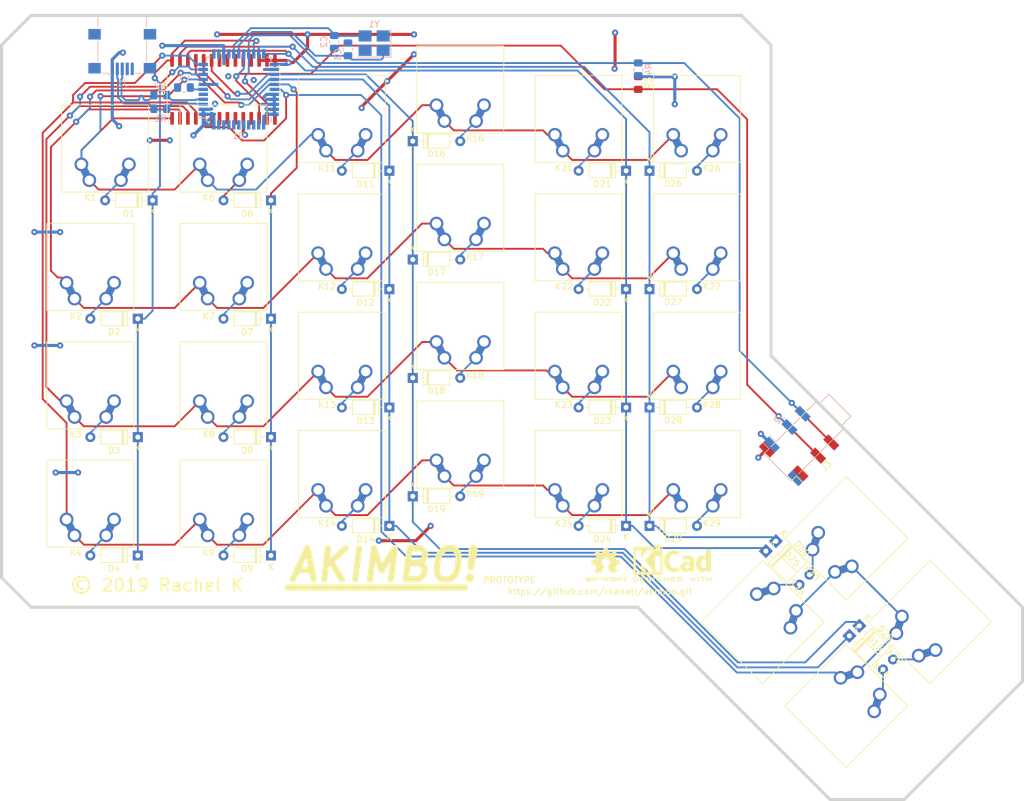
<source format=kicad_pcb>
(kicad_pcb (version 20171130) (host pcbnew 5.1.4)
  (layers (0 F.Cu signal) (31 B.Cu signal) (34 B.Paste user) (35 F.Paste user) (36 B.SilkS user) (37 F.SilkS user) (38 B.Mask user) (39 F.Mask user) (44 Edge.Cuts user))
  (net 0 "")
  (net 1 GND)
  (net 2 "Net-(C1-Pad1)")
  (net 3 +5V)
  (net 4 /col0)
  (net 5 /row0)
  (net 6 /row1)
  (net 7 /row2)
  (net 8 /row3)
  (net 9 /row4)
  (net 10 /col1)
  (net 11 /col2)
  (net 12 /col3)
  (net 13 /col4)
  (net 14 /col5)
  (net 15 "Net-(D1-Pad2)")
  (net 16 "Net-(D2-Pad2)")
  (net 17 "Net-(D3-Pad2)")
  (net 18 "Net-(D4-Pad2)")
  (net 19 "Net-(D6-Pad2)")
  (net 20 "Net-(D7-Pad2)")
  (net 21 "Net-(D8-Pad2)")
  (net 22 "Net-(D9-Pad2)")
  (net 23 "Net-(D11-Pad2)")
  (net 24 "Net-(D12-Pad2)")
  (net 25 "Net-(D13-Pad2)")
  (net 26 "Net-(D14-Pad2)")
  (net 27 "Net-(D15-Pad2)")
  (net 28 "Net-(D16-Pad2)")
  (net 29 "Net-(D17-Pad2)")
  (net 30 "Net-(D18-Pad2)")
  (net 31 "Net-(D19-Pad2)")
  (net 32 "Net-(D20-Pad2)")
  (net 33 "Net-(D21-Pad2)")
  (net 34 "Net-(D22-Pad2)")
  (net 35 "Net-(D23-Pad2)")
  (net 36 "Net-(D24-Pad2)")
  (net 37 "Net-(D25-Pad2)")
  (net 38 "Net-(D26-Pad2)")
  (net 39 "Net-(D27-Pad2)")
  (net 40 "Net-(D28-Pad2)")
  (net 41 "Net-(D29-Pad2)")
  (net 42 "Net-(D30-Pad2)")
  (net 43 /d-)
  (net 44 /d+)
  (net 45 /rd+)
  (net 46 /rd-)
  (net 47 /sda)
  (net 48 /sck)
  (net 49 "Net-(C2-Pad1)")
  (net 50 "Net-(C3-Pad1)")
  (module Resistor_SMD:R_0805_2012Metric_Pad1.15x1.40mm_HandSolder (layer B.Cu) (at 121.2 32.4 90)
    (fp_text reference R4 (at 0 1.65 270) (layer B.SilkS) (effects (justify mirror)))
    (fp_text value 4k7)
    (pad 2 smd roundrect (at 1.025 0 90) (size 1.15 1.4) (layers B.Cu B.Paste B.Mask) (roundrect_rratio 0.217391) (net 47 /sda))
    (pad 1 smd roundrect (at -1.025 0 90) (size 1.15 1.4) (layers B.Cu B.Paste B.Mask) (roundrect_rratio 0.217391) (net 3 +5V))
  )
  (module Resistor_SMD:R_0805_2012Metric_Pad1.15x1.40mm_HandSolder (layer F.Cu) (at 121.2 34.6 270)
    (fp_text reference R3 (at 0 -1.65 90) (layer F.SilkS))
    (fp_text value 4k7)
    (pad 2 smd roundrect (at 1.025 0 270) (size 1.15 1.4) (layers F.Cu F.Paste F.Mask) (roundrect_rratio 0.217391) (net 48 /sck))
    (pad 1 smd roundrect (at -1.025 0 270) (size 1.15 1.4) (layers F.Cu F.Paste F.Mask) (roundrect_rratio 0.217391) (net 3 +5V))
  )
  (module akimbo:SW_Cherry_MX_1.00u_PCB_Reversible (layer F.Cu) (at 149.186846 109.486022 135)
    (fp_text reference K30 (at -2.54 -2.794 135) (layer F.SilkS))
    (fp_text value -)
    (pad 2 thru_hole custom (at -6.35 2.54 135) (size 2.2 2.2) (drill 1.5) (layers *.Cu *.Mask) (net 9 /row4) (options (clearance outline) (anchor circle)) (primitives (gr_line (start 0 0) (end 1.27 -2.54) (width 1.2))))
    (pad 1 thru_hole custom (at 1.27 2.54 135) (size 2.2 2.2) (drill 1.5) (layers *.Cu *.Mask) (net 42 "Net-(D30-Pad2)") (options (clearance outline) (anchor circle)) (primitives (gr_line (start -1.27 -2.54) (end 0 0) (width 1.2))))
    (pad 1 thru_hole circle (at 0 0 135) (size 2.2 2.2) (drill 1.5) (layers *.Cu *.Mask) (net 42 "Net-(D30-Pad2)"))
    (pad 2 thru_hole circle (at -5.08 0 135) (size 2.2 2.2) (drill 1.5) (layers *.Cu *.Mask) (net 9 /row4))
    (pad "" np_thru_hole circle (at -2.54 5.08 135) (size 4 4) (drill 4) (layers *.Cu *.Mask))
    (pad "" np_thru_hole circle (at -7.62 5.08 135) (size 1.7 1.7) (drill 1.7) (layers *.Cu *.Mask))
    (pad "" np_thru_hole circle (at 2.54 5.08 135) (size 1.7 1.7) (drill 1.7) (layers *.Cu *.Mask))
  )
  (module akimbo:SW_Cherry_MX_1.00u_PCB_Reversible (layer F.Cu) (at 128.085 102.455 180)
    (fp_text reference K29 (at -4.915 -2.794) (layer F.SilkS))
    (fp_text value -)
    (pad 2 thru_hole custom (at -6.35 2.54 180) (size 2.2 2.2) (drill 1.5) (layers *.Cu *.Mask) (net 41 "Net-(D29-Pad2)") (options (clearance outline) (anchor circle)) (primitives (gr_line (start 0 0) (end 1.27 -2.54) (width 1.2))))
    (pad 1 thru_hole custom (at 1.27 2.54 180) (size 2.2 2.2) (drill 1.5) (layers *.Cu *.Mask) (net 8 /row3) (options (clearance outline) (anchor circle)) (primitives (gr_line (start -1.27 -2.54) (end 0 0) (width 1.2))))
    (pad 1 thru_hole circle (at 0 0 180) (size 2.2 2.2) (drill 1.5) (layers *.Cu *.Mask) (net 8 /row3))
    (pad 2 thru_hole circle (at -5.08 0 180) (size 2.2 2.2) (drill 1.5) (layers *.Cu *.Mask) (net 41 "Net-(D29-Pad2)"))
    (pad "" np_thru_hole circle (at -2.54 5.08 180) (size 4 4) (drill 4) (layers *.Cu *.Mask))
    (pad "" np_thru_hole circle (at -7.62 5.08 180) (size 1.7 1.7) (drill 1.7) (layers *.Cu *.Mask))
    (pad "" np_thru_hole circle (at 2.54 5.08 180) (size 1.7 1.7) (drill 1.7) (layers *.Cu *.Mask))
  )
  (module akimbo:SW_Cherry_MX_1.00u_PCB_Reversible (layer F.Cu) (at 128.085 83.455 180)
    (fp_text reference K28 (at -4.915 -2.794) (layer F.SilkS))
    (fp_text value -)
    (pad 2 thru_hole custom (at -6.35 2.54 180) (size 2.2 2.2) (drill 1.5) (layers *.Cu *.Mask) (net 40 "Net-(D28-Pad2)") (options (clearance outline) (anchor circle)) (primitives (gr_line (start 0 0) (end 1.27 -2.54) (width 1.2))))
    (pad 1 thru_hole custom (at 1.27 2.54 180) (size 2.2 2.2) (drill 1.5) (layers *.Cu *.Mask) (net 7 /row2) (options (clearance outline) (anchor circle)) (primitives (gr_line (start -1.27 -2.54) (end 0 0) (width 1.2))))
    (pad 1 thru_hole circle (at 0 0 180) (size 2.2 2.2) (drill 1.5) (layers *.Cu *.Mask) (net 7 /row2))
    (pad 2 thru_hole circle (at -5.08 0 180) (size 2.2 2.2) (drill 1.5) (layers *.Cu *.Mask) (net 40 "Net-(D28-Pad2)"))
    (pad "" np_thru_hole circle (at -2.54 5.08 180) (size 4 4) (drill 4) (layers *.Cu *.Mask))
    (pad "" np_thru_hole circle (at -7.62 5.08 180) (size 1.7 1.7) (drill 1.7) (layers *.Cu *.Mask))
    (pad "" np_thru_hole circle (at 2.54 5.08 180) (size 1.7 1.7) (drill 1.7) (layers *.Cu *.Mask))
  )
  (module akimbo:SW_Cherry_MX_1.00u_PCB_Reversible (layer F.Cu) (at 128.085 64.455 180)
    (fp_text reference K27 (at -4.915 -2.794) (layer F.SilkS))
    (fp_text value -)
    (pad 2 thru_hole custom (at -6.35 2.54 180) (size 2.2 2.2) (drill 1.5) (layers *.Cu *.Mask) (net 39 "Net-(D27-Pad2)") (options (clearance outline) (anchor circle)) (primitives (gr_line (start 0 0) (end 1.27 -2.54) (width 1.2))))
    (pad 1 thru_hole custom (at 1.27 2.54 180) (size 2.2 2.2) (drill 1.5) (layers *.Cu *.Mask) (net 6 /row1) (options (clearance outline) (anchor circle)) (primitives (gr_line (start -1.27 -2.54) (end 0 0) (width 1.2))))
    (pad 1 thru_hole circle (at 0 0 180) (size 2.2 2.2) (drill 1.5) (layers *.Cu *.Mask) (net 6 /row1))
    (pad 2 thru_hole circle (at -5.08 0 180) (size 2.2 2.2) (drill 1.5) (layers *.Cu *.Mask) (net 39 "Net-(D27-Pad2)"))
    (pad "" np_thru_hole circle (at -2.54 5.08 180) (size 4 4) (drill 4) (layers *.Cu *.Mask))
    (pad "" np_thru_hole circle (at -7.62 5.08 180) (size 1.7 1.7) (drill 1.7) (layers *.Cu *.Mask))
    (pad "" np_thru_hole circle (at 2.54 5.08 180) (size 1.7 1.7) (drill 1.7) (layers *.Cu *.Mask))
  )
  (module akimbo:SW_Cherry_MX_1.00u_PCB_Reversible (layer F.Cu) (at 128.085 45.455 180)
    (fp_text reference K26 (at -4.915 -2.794) (layer F.SilkS))
    (fp_text value -)
    (pad 2 thru_hole custom (at -6.35 2.54 180) (size 2.2 2.2) (drill 1.5) (layers *.Cu *.Mask) (net 38 "Net-(D26-Pad2)") (options (clearance outline) (anchor circle)) (primitives (gr_line (start 0 0) (end 1.27 -2.54) (width 1.2))))
    (pad 1 thru_hole custom (at 1.27 2.54 180) (size 2.2 2.2) (drill 1.5) (layers *.Cu *.Mask) (net 5 /row0) (options (clearance outline) (anchor circle)) (primitives (gr_line (start -1.27 -2.54) (end 0 0) (width 1.2))))
    (pad 1 thru_hole circle (at 0 0 180) (size 2.2 2.2) (drill 1.5) (layers *.Cu *.Mask) (net 5 /row0))
    (pad 2 thru_hole circle (at -5.08 0 180) (size 2.2 2.2) (drill 1.5) (layers *.Cu *.Mask) (net 38 "Net-(D26-Pad2)"))
    (pad "" np_thru_hole circle (at -2.54 5.08 180) (size 4 4) (drill 4) (layers *.Cu *.Mask))
    (pad "" np_thru_hole circle (at -7.62 5.08 180) (size 1.7 1.7) (drill 1.7) (layers *.Cu *.Mask))
    (pad "" np_thru_hole circle (at 2.54 5.08 180) (size 1.7 1.7) (drill 1.7) (layers *.Cu *.Mask))
  )
  (module akimbo:SW_Cherry_MX_1.00u_PCB_Reversible (layer F.Cu) (at 146.528125 119.328949 315)
    (fp_text reference K25 (at -2.54 -2.794 135) (layer F.SilkS))
    (fp_text value -)
    (pad 2 thru_hole custom (at -6.35 2.54 315) (size 2.2 2.2) (drill 1.5) (layers *.Cu *.Mask) (net 37 "Net-(D25-Pad2)") (options (clearance outline) (anchor circle)) (primitives (gr_line (start 0 0) (end 1.27 -2.54) (width 1.2))))
    (pad 1 thru_hole custom (at 1.27 2.54 315) (size 2.2 2.2) (drill 1.5) (layers *.Cu *.Mask) (net 9 /row4) (options (clearance outline) (anchor circle)) (primitives (gr_line (start -1.27 -2.54) (end 0 0) (width 1.2))))
    (pad 1 thru_hole circle (at 0 0 315) (size 2.2 2.2) (drill 1.5) (layers *.Cu *.Mask) (net 9 /row4))
    (pad 2 thru_hole circle (at -5.08 0 315) (size 2.2 2.2) (drill 1.5) (layers *.Cu *.Mask) (net 37 "Net-(D25-Pad2)"))
    (pad "" np_thru_hole circle (at -2.54 5.08 315) (size 4 4) (drill 4) (layers *.Cu *.Mask))
    (pad "" np_thru_hole circle (at -7.62 5.08 315) (size 1.7 1.7) (drill 1.7) (layers *.Cu *.Mask))
    (pad "" np_thru_hole circle (at 2.54 5.08 315) (size 1.7 1.7) (drill 1.7) (layers *.Cu *.Mask))
  )
  (module akimbo:SW_Cherry_MX_1.00u_PCB_Reversible (layer F.Cu) (at 109.085 102.455 180)
    (fp_text reference K24 (at -0.165 -2.794) (layer F.SilkS))
    (fp_text value -)
    (pad 2 thru_hole custom (at -6.35 2.54 180) (size 2.2 2.2) (drill 1.5) (layers *.Cu *.Mask) (net 36 "Net-(D24-Pad2)") (options (clearance outline) (anchor circle)) (primitives (gr_line (start 0 0) (end 1.27 -2.54) (width 1.2))))
    (pad 1 thru_hole custom (at 1.27 2.54 180) (size 2.2 2.2) (drill 1.5) (layers *.Cu *.Mask) (net 8 /row3) (options (clearance outline) (anchor circle)) (primitives (gr_line (start -1.27 -2.54) (end 0 0) (width 1.2))))
    (pad 1 thru_hole circle (at 0 0 180) (size 2.2 2.2) (drill 1.5) (layers *.Cu *.Mask) (net 8 /row3))
    (pad 2 thru_hole circle (at -5.08 0 180) (size 2.2 2.2) (drill 1.5) (layers *.Cu *.Mask) (net 36 "Net-(D24-Pad2)"))
    (pad "" np_thru_hole circle (at -2.54 5.08 180) (size 4 4) (drill 4) (layers *.Cu *.Mask))
    (pad "" np_thru_hole circle (at -7.62 5.08 180) (size 1.7 1.7) (drill 1.7) (layers *.Cu *.Mask))
    (pad "" np_thru_hole circle (at 2.54 5.08 180) (size 1.7 1.7) (drill 1.7) (layers *.Cu *.Mask))
  )
  (module akimbo:SW_Cherry_MX_1.00u_PCB_Reversible (layer F.Cu) (at 109.085 83.455 180)
    (fp_text reference K23 (at -0.165 -2.794) (layer F.SilkS))
    (fp_text value -)
    (pad 2 thru_hole custom (at -6.35 2.54 180) (size 2.2 2.2) (drill 1.5) (layers *.Cu *.Mask) (net 35 "Net-(D23-Pad2)") (options (clearance outline) (anchor circle)) (primitives (gr_line (start 0 0) (end 1.27 -2.54) (width 1.2))))
    (pad 1 thru_hole custom (at 1.27 2.54 180) (size 2.2 2.2) (drill 1.5) (layers *.Cu *.Mask) (net 7 /row2) (options (clearance outline) (anchor circle)) (primitives (gr_line (start -1.27 -2.54) (end 0 0) (width 1.2))))
    (pad 1 thru_hole circle (at 0 0 180) (size 2.2 2.2) (drill 1.5) (layers *.Cu *.Mask) (net 7 /row2))
    (pad 2 thru_hole circle (at -5.08 0 180) (size 2.2 2.2) (drill 1.5) (layers *.Cu *.Mask) (net 35 "Net-(D23-Pad2)"))
    (pad "" np_thru_hole circle (at -2.54 5.08 180) (size 4 4) (drill 4) (layers *.Cu *.Mask))
    (pad "" np_thru_hole circle (at -7.62 5.08 180) (size 1.7 1.7) (drill 1.7) (layers *.Cu *.Mask))
    (pad "" np_thru_hole circle (at 2.54 5.08 180) (size 1.7 1.7) (drill 1.7) (layers *.Cu *.Mask))
  )
  (module akimbo:SW_Cherry_MX_1.00u_PCB_Reversible (layer F.Cu) (at 109.085 64.455 180)
    (fp_text reference K22 (at -0.165 -2.794) (layer F.SilkS))
    (fp_text value -)
    (pad 2 thru_hole custom (at -6.35 2.54 180) (size 2.2 2.2) (drill 1.5) (layers *.Cu *.Mask) (net 34 "Net-(D22-Pad2)") (options (clearance outline) (anchor circle)) (primitives (gr_line (start 0 0) (end 1.27 -2.54) (width 1.2))))
    (pad 1 thru_hole custom (at 1.27 2.54 180) (size 2.2 2.2) (drill 1.5) (layers *.Cu *.Mask) (net 6 /row1) (options (clearance outline) (anchor circle)) (primitives (gr_line (start -1.27 -2.54) (end 0 0) (width 1.2))))
    (pad 1 thru_hole circle (at 0 0 180) (size 2.2 2.2) (drill 1.5) (layers *.Cu *.Mask) (net 6 /row1))
    (pad 2 thru_hole circle (at -5.08 0 180) (size 2.2 2.2) (drill 1.5) (layers *.Cu *.Mask) (net 34 "Net-(D22-Pad2)"))
    (pad "" np_thru_hole circle (at -2.54 5.08 180) (size 4 4) (drill 4) (layers *.Cu *.Mask))
    (pad "" np_thru_hole circle (at -7.62 5.08 180) (size 1.7 1.7) (drill 1.7) (layers *.Cu *.Mask))
    (pad "" np_thru_hole circle (at 2.54 5.08 180) (size 1.7 1.7) (drill 1.7) (layers *.Cu *.Mask))
  )
  (module akimbo:SW_Cherry_MX_1.00u_PCB_Reversible (layer F.Cu) (at 109.085 45.455 180)
    (fp_text reference K21 (at -0.165 -2.794) (layer F.SilkS))
    (fp_text value -)
    (pad 2 thru_hole custom (at -6.35 2.54 180) (size 2.2 2.2) (drill 1.5) (layers *.Cu *.Mask) (net 33 "Net-(D21-Pad2)") (options (clearance outline) (anchor circle)) (primitives (gr_line (start 0 0) (end 1.27 -2.54) (width 1.2))))
    (pad 1 thru_hole custom (at 1.27 2.54 180) (size 2.2 2.2) (drill 1.5) (layers *.Cu *.Mask) (net 5 /row0) (options (clearance outline) (anchor circle)) (primitives (gr_line (start -1.27 -2.54) (end 0 0) (width 1.2))))
    (pad 1 thru_hole circle (at 0 0 180) (size 2.2 2.2) (drill 1.5) (layers *.Cu *.Mask) (net 5 /row0))
    (pad 2 thru_hole circle (at -5.08 0 180) (size 2.2 2.2) (drill 1.5) (layers *.Cu *.Mask) (net 33 "Net-(D21-Pad2)"))
    (pad "" np_thru_hole circle (at -2.54 5.08 180) (size 4 4) (drill 4) (layers *.Cu *.Mask))
    (pad "" np_thru_hole circle (at -7.62 5.08 180) (size 1.7 1.7) (drill 1.7) (layers *.Cu *.Mask))
    (pad "" np_thru_hole circle (at 2.54 5.08 180) (size 1.7 1.7) (drill 1.7) (layers *.Cu *.Mask))
  )
  (module akimbo:SW_Cherry_MX_1.00u_PCB_Reversible (layer F.Cu) (at 162.621875 122.921051 135)
    (fp_text reference K20 (at -2.54 -2.794 135) (layer F.SilkS))
    (fp_text value -)
    (pad 2 thru_hole custom (at -6.35 2.54 135) (size 2.2 2.2) (drill 1.5) (layers *.Cu *.Mask) (net 32 "Net-(D20-Pad2)") (options (clearance outline) (anchor circle)) (primitives (gr_line (start 0 0) (end 1.27 -2.54) (width 1.2))))
    (pad 1 thru_hole custom (at 1.27 2.54 135) (size 2.2 2.2) (drill 1.5) (layers *.Cu *.Mask) (net 9 /row4) (options (clearance outline) (anchor circle)) (primitives (gr_line (start -1.27 -2.54) (end 0 0) (width 1.2))))
    (pad 1 thru_hole circle (at 0 0 135) (size 2.2 2.2) (drill 1.5) (layers *.Cu *.Mask) (net 9 /row4))
    (pad 2 thru_hole circle (at -5.08 0 135) (size 2.2 2.2) (drill 1.5) (layers *.Cu *.Mask) (net 32 "Net-(D20-Pad2)"))
    (pad "" np_thru_hole circle (at -2.54 5.08 135) (size 4 4) (drill 4) (layers *.Cu *.Mask))
    (pad "" np_thru_hole circle (at -7.62 5.08 135) (size 1.7 1.7) (drill 1.7) (layers *.Cu *.Mask))
    (pad "" np_thru_hole circle (at 2.54 5.08 135) (size 1.7 1.7) (drill 1.7) (layers *.Cu *.Mask))
  )
  (module akimbo:SW_Cherry_MX_1.00u_PCB_Reversible (layer F.Cu) (at 90.085 97.705 180)
    (fp_text reference K19 (at -4.915 -2.794) (layer F.SilkS))
    (fp_text value -)
    (pad 2 thru_hole custom (at -6.35 2.54 180) (size 2.2 2.2) (drill 1.5) (layers *.Cu *.Mask) (net 31 "Net-(D19-Pad2)") (options (clearance outline) (anchor circle)) (primitives (gr_line (start 0 0) (end 1.27 -2.54) (width 1.2))))
    (pad 1 thru_hole custom (at 1.27 2.54 180) (size 2.2 2.2) (drill 1.5) (layers *.Cu *.Mask) (net 8 /row3) (options (clearance outline) (anchor circle)) (primitives (gr_line (start -1.27 -2.54) (end 0 0) (width 1.2))))
    (pad 1 thru_hole circle (at 0 0 180) (size 2.2 2.2) (drill 1.5) (layers *.Cu *.Mask) (net 8 /row3))
    (pad 2 thru_hole circle (at -5.08 0 180) (size 2.2 2.2) (drill 1.5) (layers *.Cu *.Mask) (net 31 "Net-(D19-Pad2)"))
    (pad "" np_thru_hole circle (at -2.54 5.08 180) (size 4 4) (drill 4) (layers *.Cu *.Mask))
    (pad "" np_thru_hole circle (at -7.62 5.08 180) (size 1.7 1.7) (drill 1.7) (layers *.Cu *.Mask))
    (pad "" np_thru_hole circle (at 2.54 5.08 180) (size 1.7 1.7) (drill 1.7) (layers *.Cu *.Mask))
  )
  (module akimbo:SW_Cherry_MX_1.00u_PCB_Reversible (layer F.Cu) (at 90.085 78.705 180)
    (fp_text reference K18 (at -4.915 -2.794) (layer F.SilkS))
    (fp_text value -)
    (pad 2 thru_hole custom (at -6.35 2.54 180) (size 2.2 2.2) (drill 1.5) (layers *.Cu *.Mask) (net 30 "Net-(D18-Pad2)") (options (clearance outline) (anchor circle)) (primitives (gr_line (start 0 0) (end 1.27 -2.54) (width 1.2))))
    (pad 1 thru_hole custom (at 1.27 2.54 180) (size 2.2 2.2) (drill 1.5) (layers *.Cu *.Mask) (net 7 /row2) (options (clearance outline) (anchor circle)) (primitives (gr_line (start -1.27 -2.54) (end 0 0) (width 1.2))))
    (pad 1 thru_hole circle (at 0 0 180) (size 2.2 2.2) (drill 1.5) (layers *.Cu *.Mask) (net 7 /row2))
    (pad 2 thru_hole circle (at -5.08 0 180) (size 2.2 2.2) (drill 1.5) (layers *.Cu *.Mask) (net 30 "Net-(D18-Pad2)"))
    (pad "" np_thru_hole circle (at -2.54 5.08 180) (size 4 4) (drill 4) (layers *.Cu *.Mask))
    (pad "" np_thru_hole circle (at -7.62 5.08 180) (size 1.7 1.7) (drill 1.7) (layers *.Cu *.Mask))
    (pad "" np_thru_hole circle (at 2.54 5.08 180) (size 1.7 1.7) (drill 1.7) (layers *.Cu *.Mask))
  )
  (module akimbo:SW_Cherry_MX_1.00u_PCB_Reversible (layer F.Cu) (at 90.085 59.705 180)
    (fp_text reference K17 (at -4.915 -2.794) (layer F.SilkS))
    (fp_text value -)
    (pad 2 thru_hole custom (at -6.35 2.54 180) (size 2.2 2.2) (drill 1.5) (layers *.Cu *.Mask) (net 29 "Net-(D17-Pad2)") (options (clearance outline) (anchor circle)) (primitives (gr_line (start 0 0) (end 1.27 -2.54) (width 1.2))))
    (pad 1 thru_hole custom (at 1.27 2.54 180) (size 2.2 2.2) (drill 1.5) (layers *.Cu *.Mask) (net 6 /row1) (options (clearance outline) (anchor circle)) (primitives (gr_line (start -1.27 -2.54) (end 0 0) (width 1.2))))
    (pad 1 thru_hole circle (at 0 0 180) (size 2.2 2.2) (drill 1.5) (layers *.Cu *.Mask) (net 6 /row1))
    (pad 2 thru_hole circle (at -5.08 0 180) (size 2.2 2.2) (drill 1.5) (layers *.Cu *.Mask) (net 29 "Net-(D17-Pad2)"))
    (pad "" np_thru_hole circle (at -2.54 5.08 180) (size 4 4) (drill 4) (layers *.Cu *.Mask))
    (pad "" np_thru_hole circle (at -7.62 5.08 180) (size 1.7 1.7) (drill 1.7) (layers *.Cu *.Mask))
    (pad "" np_thru_hole circle (at 2.54 5.08 180) (size 1.7 1.7) (drill 1.7) (layers *.Cu *.Mask))
  )
  (module akimbo:SW_Cherry_MX_1.00u_PCB_Reversible (layer F.Cu) (at 90.085 40.705 180)
    (fp_text reference K16 (at -4.915 -2.794) (layer F.SilkS))
    (fp_text value -)
    (pad 2 thru_hole custom (at -6.35 2.54 180) (size 2.2 2.2) (drill 1.5) (layers *.Cu *.Mask) (net 28 "Net-(D16-Pad2)") (options (clearance outline) (anchor circle)) (primitives (gr_line (start 0 0) (end 1.27 -2.54) (width 1.2))))
    (pad 1 thru_hole custom (at 1.27 2.54 180) (size 2.2 2.2) (drill 1.5) (layers *.Cu *.Mask) (net 5 /row0) (options (clearance outline) (anchor circle)) (primitives (gr_line (start -1.27 -2.54) (end 0 0) (width 1.2))))
    (pad 1 thru_hole circle (at 0 0 180) (size 2.2 2.2) (drill 1.5) (layers *.Cu *.Mask) (net 5 /row0))
    (pad 2 thru_hole circle (at -5.08 0 180) (size 2.2 2.2) (drill 1.5) (layers *.Cu *.Mask) (net 28 "Net-(D16-Pad2)"))
    (pad "" np_thru_hole circle (at -2.54 5.08 180) (size 4 4) (drill 4) (layers *.Cu *.Mask))
    (pad "" np_thru_hole circle (at -7.62 5.08 180) (size 1.7 1.7) (drill 1.7) (layers *.Cu *.Mask))
    (pad "" np_thru_hole circle (at 2.54 5.08 180) (size 1.7 1.7) (drill 1.7) (layers *.Cu *.Mask))
  )
  (module akimbo:SW_Cherry_MX_1.00u_PCB_Reversible (layer F.Cu) (at 159.963154 132.763978 315)
    (fp_text reference K15 (at -2.54 -2.794 135) (layer F.SilkS))
    (fp_text value -)
    (pad 2 thru_hole custom (at -6.35 2.54 315) (size 2.2 2.2) (drill 1.5) (layers *.Cu *.Mask) (net 9 /row4) (options (clearance outline) (anchor circle)) (primitives (gr_line (start 0 0) (end 1.27 -2.54) (width 1.2))))
    (pad 1 thru_hole custom (at 1.27 2.54 315) (size 2.2 2.2) (drill 1.5) (layers *.Cu *.Mask) (net 27 "Net-(D15-Pad2)") (options (clearance outline) (anchor circle)) (primitives (gr_line (start -1.27 -2.54) (end 0 0) (width 1.2))))
    (pad 1 thru_hole circle (at 0 0 315) (size 2.2 2.2) (drill 1.5) (layers *.Cu *.Mask) (net 27 "Net-(D15-Pad2)"))
    (pad 2 thru_hole circle (at -5.08 0 315) (size 2.2 2.2) (drill 1.5) (layers *.Cu *.Mask) (net 9 /row4))
    (pad "" np_thru_hole circle (at -2.54 5.08 315) (size 4 4) (drill 4) (layers *.Cu *.Mask))
    (pad "" np_thru_hole circle (at -7.62 5.08 315) (size 1.7 1.7) (drill 1.7) (layers *.Cu *.Mask))
    (pad "" np_thru_hole circle (at 2.54 5.08 315) (size 1.7 1.7) (drill 1.7) (layers *.Cu *.Mask))
  )
  (module akimbo:SW_Cherry_MX_1.00u_PCB_Reversible (layer F.Cu) (at 71.085 102.455 180)
    (fp_text reference K14 (at -0.165 -2.794) (layer F.SilkS))
    (fp_text value -)
    (pad 2 thru_hole custom (at -6.35 2.54 180) (size 2.2 2.2) (drill 1.5) (layers *.Cu *.Mask) (net 26 "Net-(D14-Pad2)") (options (clearance outline) (anchor circle)) (primitives (gr_line (start 0 0) (end 1.27 -2.54) (width 1.2))))
    (pad 1 thru_hole custom (at 1.27 2.54 180) (size 2.2 2.2) (drill 1.5) (layers *.Cu *.Mask) (net 8 /row3) (options (clearance outline) (anchor circle)) (primitives (gr_line (start -1.27 -2.54) (end 0 0) (width 1.2))))
    (pad 1 thru_hole circle (at 0 0 180) (size 2.2 2.2) (drill 1.5) (layers *.Cu *.Mask) (net 8 /row3))
    (pad 2 thru_hole circle (at -5.08 0 180) (size 2.2 2.2) (drill 1.5) (layers *.Cu *.Mask) (net 26 "Net-(D14-Pad2)"))
    (pad "" np_thru_hole circle (at -2.54 5.08 180) (size 4 4) (drill 4) (layers *.Cu *.Mask))
    (pad "" np_thru_hole circle (at -7.62 5.08 180) (size 1.7 1.7) (drill 1.7) (layers *.Cu *.Mask))
    (pad "" np_thru_hole circle (at 2.54 5.08 180) (size 1.7 1.7) (drill 1.7) (layers *.Cu *.Mask))
  )
  (module akimbo:SW_Cherry_MX_1.00u_PCB_Reversible (layer F.Cu) (at 71.085 83.455 180)
    (fp_text reference K13 (at -0.165 -2.794) (layer F.SilkS))
    (fp_text value -)
    (pad 2 thru_hole custom (at -6.35 2.54 180) (size 2.2 2.2) (drill 1.5) (layers *.Cu *.Mask) (net 25 "Net-(D13-Pad2)") (options (clearance outline) (anchor circle)) (primitives (gr_line (start 0 0) (end 1.27 -2.54) (width 1.2))))
    (pad 1 thru_hole custom (at 1.27 2.54 180) (size 2.2 2.2) (drill 1.5) (layers *.Cu *.Mask) (net 7 /row2) (options (clearance outline) (anchor circle)) (primitives (gr_line (start -1.27 -2.54) (end 0 0) (width 1.2))))
    (pad 1 thru_hole circle (at 0 0 180) (size 2.2 2.2) (drill 1.5) (layers *.Cu *.Mask) (net 7 /row2))
    (pad 2 thru_hole circle (at -5.08 0 180) (size 2.2 2.2) (drill 1.5) (layers *.Cu *.Mask) (net 25 "Net-(D13-Pad2)"))
    (pad "" np_thru_hole circle (at -2.54 5.08 180) (size 4 4) (drill 4) (layers *.Cu *.Mask))
    (pad "" np_thru_hole circle (at -7.62 5.08 180) (size 1.7 1.7) (drill 1.7) (layers *.Cu *.Mask))
    (pad "" np_thru_hole circle (at 2.54 5.08 180) (size 1.7 1.7) (drill 1.7) (layers *.Cu *.Mask))
  )
  (module akimbo:SW_Cherry_MX_1.00u_PCB_Reversible (layer F.Cu) (at 71.085 64.455 180)
    (fp_text reference K12 (at -0.165 -2.794) (layer F.SilkS))
    (fp_text value -)
    (pad 2 thru_hole custom (at -6.35 2.54 180) (size 2.2 2.2) (drill 1.5) (layers *.Cu *.Mask) (net 24 "Net-(D12-Pad2)") (options (clearance outline) (anchor circle)) (primitives (gr_line (start 0 0) (end 1.27 -2.54) (width 1.2))))
    (pad 1 thru_hole custom (at 1.27 2.54 180) (size 2.2 2.2) (drill 1.5) (layers *.Cu *.Mask) (net 6 /row1) (options (clearance outline) (anchor circle)) (primitives (gr_line (start -1.27 -2.54) (end 0 0) (width 1.2))))
    (pad 1 thru_hole circle (at 0 0 180) (size 2.2 2.2) (drill 1.5) (layers *.Cu *.Mask) (net 6 /row1))
    (pad 2 thru_hole circle (at -5.08 0 180) (size 2.2 2.2) (drill 1.5) (layers *.Cu *.Mask) (net 24 "Net-(D12-Pad2)"))
    (pad "" np_thru_hole circle (at -2.54 5.08 180) (size 4 4) (drill 4) (layers *.Cu *.Mask))
    (pad "" np_thru_hole circle (at -7.62 5.08 180) (size 1.7 1.7) (drill 1.7) (layers *.Cu *.Mask))
    (pad "" np_thru_hole circle (at 2.54 5.08 180) (size 1.7 1.7) (drill 1.7) (layers *.Cu *.Mask))
  )
  (module akimbo:SW_Cherry_MX_1.00u_PCB_Reversible (layer F.Cu) (at 71.085 45.455 180)
    (fp_text reference K11 (at -0.165 -2.794) (layer F.SilkS))
    (fp_text value -)
    (pad 2 thru_hole custom (at -6.35 2.54 180) (size 2.2 2.2) (drill 1.5) (layers *.Cu *.Mask) (net 23 "Net-(D11-Pad2)") (options (clearance outline) (anchor circle)) (primitives (gr_line (start 0 0) (end 1.27 -2.54) (width 1.2))))
    (pad 1 thru_hole custom (at 1.27 2.54 180) (size 2.2 2.2) (drill 1.5) (layers *.Cu *.Mask) (net 5 /row0) (options (clearance outline) (anchor circle)) (primitives (gr_line (start -1.27 -2.54) (end 0 0) (width 1.2))))
    (pad 1 thru_hole circle (at 0 0 180) (size 2.2 2.2) (drill 1.5) (layers *.Cu *.Mask) (net 5 /row0))
    (pad 2 thru_hole circle (at -5.08 0 180) (size 2.2 2.2) (drill 1.5) (layers *.Cu *.Mask) (net 23 "Net-(D11-Pad2)"))
    (pad "" np_thru_hole circle (at -2.54 5.08 180) (size 4 4) (drill 4) (layers *.Cu *.Mask))
    (pad "" np_thru_hole circle (at -7.62 5.08 180) (size 1.7 1.7) (drill 1.7) (layers *.Cu *.Mask))
    (pad "" np_thru_hole circle (at 2.54 5.08 180) (size 1.7 1.7) (drill 1.7) (layers *.Cu *.Mask))
  )
  (module akimbo:SW_Cherry_MX_1.00u_PCB_Reversible (layer F.Cu) (at 52.085 107.205 180)
    (fp_text reference K9 (at -0.165 -2.794) (layer F.SilkS))
    (fp_text value -)
    (pad 2 thru_hole custom (at -6.35 2.54 180) (size 2.2 2.2) (drill 1.5) (layers *.Cu *.Mask) (net 22 "Net-(D9-Pad2)") (options (clearance outline) (anchor circle)) (primitives (gr_line (start 0 0) (end 1.27 -2.54) (width 1.2))))
    (pad 1 thru_hole custom (at 1.27 2.54 180) (size 2.2 2.2) (drill 1.5) (layers *.Cu *.Mask) (net 8 /row3) (options (clearance outline) (anchor circle)) (primitives (gr_line (start -1.27 -2.54) (end 0 0) (width 1.2))))
    (pad 1 thru_hole circle (at 0 0 180) (size 2.2 2.2) (drill 1.5) (layers *.Cu *.Mask) (net 8 /row3))
    (pad 2 thru_hole circle (at -5.08 0 180) (size 2.2 2.2) (drill 1.5) (layers *.Cu *.Mask) (net 22 "Net-(D9-Pad2)"))
    (pad "" np_thru_hole circle (at -2.54 5.08 180) (size 4 4) (drill 4) (layers *.Cu *.Mask))
    (pad "" np_thru_hole circle (at -7.62 5.08 180) (size 1.7 1.7) (drill 1.7) (layers *.Cu *.Mask))
    (pad "" np_thru_hole circle (at 2.54 5.08 180) (size 1.7 1.7) (drill 1.7) (layers *.Cu *.Mask))
  )
  (module akimbo:SW_Cherry_MX_1.00u_PCB_Reversible (layer F.Cu) (at 52.085 88.205 180)
    (fp_text reference K8 (at -0.165 -2.794) (layer F.SilkS))
    (fp_text value -)
    (pad 2 thru_hole custom (at -6.35 2.54 180) (size 2.2 2.2) (drill 1.5) (layers *.Cu *.Mask) (net 21 "Net-(D8-Pad2)") (options (clearance outline) (anchor circle)) (primitives (gr_line (start 0 0) (end 1.27 -2.54) (width 1.2))))
    (pad 1 thru_hole custom (at 1.27 2.54 180) (size 2.2 2.2) (drill 1.5) (layers *.Cu *.Mask) (net 7 /row2) (options (clearance outline) (anchor circle)) (primitives (gr_line (start -1.27 -2.54) (end 0 0) (width 1.2))))
    (pad 1 thru_hole circle (at 0 0 180) (size 2.2 2.2) (drill 1.5) (layers *.Cu *.Mask) (net 7 /row2))
    (pad 2 thru_hole circle (at -5.08 0 180) (size 2.2 2.2) (drill 1.5) (layers *.Cu *.Mask) (net 21 "Net-(D8-Pad2)"))
    (pad "" np_thru_hole circle (at -2.54 5.08 180) (size 4 4) (drill 4) (layers *.Cu *.Mask))
    (pad "" np_thru_hole circle (at -7.62 5.08 180) (size 1.7 1.7) (drill 1.7) (layers *.Cu *.Mask))
    (pad "" np_thru_hole circle (at 2.54 5.08 180) (size 1.7 1.7) (drill 1.7) (layers *.Cu *.Mask))
  )
  (module akimbo:SW_Cherry_MX_1.00u_PCB_Reversible (layer F.Cu) (at 52.085 69.205 180)
    (fp_text reference K7 (at -0.165 -2.794) (layer F.SilkS))
    (fp_text value -)
    (pad 2 thru_hole custom (at -6.35 2.54 180) (size 2.2 2.2) (drill 1.5) (layers *.Cu *.Mask) (net 20 "Net-(D7-Pad2)") (options (clearance outline) (anchor circle)) (primitives (gr_line (start 0 0) (end 1.27 -2.54) (width 1.2))))
    (pad 1 thru_hole custom (at 1.27 2.54 180) (size 2.2 2.2) (drill 1.5) (layers *.Cu *.Mask) (net 6 /row1) (options (clearance outline) (anchor circle)) (primitives (gr_line (start -1.27 -2.54) (end 0 0) (width 1.2))))
    (pad 1 thru_hole circle (at 0 0 180) (size 2.2 2.2) (drill 1.5) (layers *.Cu *.Mask) (net 6 /row1))
    (pad 2 thru_hole circle (at -5.08 0 180) (size 2.2 2.2) (drill 1.5) (layers *.Cu *.Mask) (net 20 "Net-(D7-Pad2)"))
    (pad "" np_thru_hole circle (at -2.54 5.08 180) (size 4 4) (drill 4) (layers *.Cu *.Mask))
    (pad "" np_thru_hole circle (at -7.62 5.08 180) (size 1.7 1.7) (drill 1.7) (layers *.Cu *.Mask))
    (pad "" np_thru_hole circle (at 2.54 5.08 180) (size 1.7 1.7) (drill 1.7) (layers *.Cu *.Mask))
  )
  (module akimbo:SW_Cherry_MX_1.00u_PCB_Reversible (layer F.Cu) (at 52.085 50.205 180)
    (fp_text reference K6 (at -0.165 -2.794) (layer F.SilkS))
    (fp_text value -)
    (pad 2 thru_hole custom (at -6.35 2.54 180) (size 2.2 2.2) (drill 1.5) (layers *.Cu *.Mask) (net 19 "Net-(D6-Pad2)") (options (clearance outline) (anchor circle)) (primitives (gr_line (start 0 0) (end 1.27 -2.54) (width 1.2))))
    (pad 1 thru_hole custom (at 1.27 2.54 180) (size 2.2 2.2) (drill 1.5) (layers *.Cu *.Mask) (net 5 /row0) (options (clearance outline) (anchor circle)) (primitives (gr_line (start -1.27 -2.54) (end 0 0) (width 1.2))))
    (pad 1 thru_hole circle (at 0 0 180) (size 2.2 2.2) (drill 1.5) (layers *.Cu *.Mask) (net 5 /row0))
    (pad 2 thru_hole circle (at -5.08 0 180) (size 2.2 2.2) (drill 1.5) (layers *.Cu *.Mask) (net 19 "Net-(D6-Pad2)"))
    (pad "" np_thru_hole circle (at -2.54 5.08 180) (size 4 4) (drill 4) (layers *.Cu *.Mask))
    (pad "" np_thru_hole circle (at -7.62 5.08 180) (size 1.7 1.7) (drill 1.7) (layers *.Cu *.Mask))
    (pad "" np_thru_hole circle (at 2.54 5.08 180) (size 1.7 1.7) (drill 1.7) (layers *.Cu *.Mask))
  )
  (module akimbo:SW_Cherry_MX_1.25u_PCB_Reversible (layer F.Cu) (at 30.71 107.205 180)
    (fp_text reference K4 (at -0.165 -2.794) (layer F.SilkS))
    (fp_text value -)
    (pad 1 thru_hole circle (at 0 0 180) (size 2.2 2.2) (drill 1.5) (layers *.Cu *.Mask) (net 8 /row3))
    (pad 2 thru_hole circle (at -5.08 0 180) (size 2.2 2.2) (drill 1.5) (layers *.Cu *.Mask) (net 18 "Net-(D4-Pad2)"))
    (pad 2 thru_hole custom (at -6.35 2.54 180) (size 2.2 2.2) (drill 1.5) (layers *.Cu *.Mask) (net 18 "Net-(D4-Pad2)") (options (clearance outline) (anchor circle)) (primitives (gr_line (start 0 0) (end 1.27 -2.54) (width 1.2))))
    (pad 1 thru_hole custom (at 1.27 2.54 180) (size 2.2 2.2) (drill 1.5) (layers *.Cu *.Mask) (net 8 /row3) (options (clearance outline) (anchor circle)) (primitives (gr_line (start -1.27 -2.54) (end 0 0) (width 1.2))))
    (pad "" np_thru_hole circle (at -2.54 5.08 180) (size 4 4) (drill 4) (layers *.Cu *.Mask))
    (pad "" np_thru_hole circle (at -7.62 5.08 180) (size 1.7 1.7) (drill 1.7) (layers *.Cu *.Mask))
    (pad "" np_thru_hole circle (at 2.54 5.08 180) (size 1.7 1.7) (drill 1.7) (layers *.Cu *.Mask))
  )
  (module akimbo:SW_Cherry_MX_1.25u_PCB_Reversible (layer F.Cu) (at 30.71 88.205 180)
    (fp_text reference K3 (at -0.165 -2.794) (layer F.SilkS))
    (fp_text value -)
    (pad 1 thru_hole circle (at 0 0 180) (size 2.2 2.2) (drill 1.5) (layers *.Cu *.Mask) (net 7 /row2))
    (pad 2 thru_hole circle (at -5.08 0 180) (size 2.2 2.2) (drill 1.5) (layers *.Cu *.Mask) (net 17 "Net-(D3-Pad2)"))
    (pad 2 thru_hole custom (at -6.35 2.54 180) (size 2.2 2.2) (drill 1.5) (layers *.Cu *.Mask) (net 17 "Net-(D3-Pad2)") (options (clearance outline) (anchor circle)) (primitives (gr_line (start 0 0) (end 1.27 -2.54) (width 1.2))))
    (pad 1 thru_hole custom (at 1.27 2.54 180) (size 2.2 2.2) (drill 1.5) (layers *.Cu *.Mask) (net 7 /row2) (options (clearance outline) (anchor circle)) (primitives (gr_line (start -1.27 -2.54) (end 0 0) (width 1.2))))
    (pad "" np_thru_hole circle (at -2.54 5.08 180) (size 4 4) (drill 4) (layers *.Cu *.Mask))
    (pad "" np_thru_hole circle (at -7.62 5.08 180) (size 1.7 1.7) (drill 1.7) (layers *.Cu *.Mask))
    (pad "" np_thru_hole circle (at 2.54 5.08 180) (size 1.7 1.7) (drill 1.7) (layers *.Cu *.Mask))
  )
  (module akimbo:SW_Cherry_MX_1.25u_PCB_Reversible (layer F.Cu) (at 30.71 69.205 180)
    (fp_text reference K2 (at -0.165 -2.794) (layer F.SilkS))
    (fp_text value -)
    (pad 1 thru_hole circle (at 0 0 180) (size 2.2 2.2) (drill 1.5) (layers *.Cu *.Mask) (net 6 /row1))
    (pad 2 thru_hole circle (at -5.08 0 180) (size 2.2 2.2) (drill 1.5) (layers *.Cu *.Mask) (net 16 "Net-(D2-Pad2)"))
    (pad 2 thru_hole custom (at -6.35 2.54 180) (size 2.2 2.2) (drill 1.5) (layers *.Cu *.Mask) (net 16 "Net-(D2-Pad2)") (options (clearance outline) (anchor circle)) (primitives (gr_line (start 0 0) (end 1.27 -2.54) (width 1.2))))
    (pad 1 thru_hole custom (at 1.27 2.54 180) (size 2.2 2.2) (drill 1.5) (layers *.Cu *.Mask) (net 6 /row1) (options (clearance outline) (anchor circle)) (primitives (gr_line (start -1.27 -2.54) (end 0 0) (width 1.2))))
    (pad "" np_thru_hole circle (at -2.54 5.08 180) (size 4 4) (drill 4) (layers *.Cu *.Mask))
    (pad "" np_thru_hole circle (at -7.62 5.08 180) (size 1.7 1.7) (drill 1.7) (layers *.Cu *.Mask))
    (pad "" np_thru_hole circle (at 2.54 5.08 180) (size 1.7 1.7) (drill 1.7) (layers *.Cu *.Mask))
  )
  (module akimbo:SW_Cherry_MX_1.00u_PCB_Reversible (layer F.Cu) (at 33.085 50.205 180)
    (fp_text reference K1 (at -0.165 -2.794) (layer F.SilkS))
    (fp_text value -)
    (pad 2 thru_hole custom (at -6.35 2.54 180) (size 2.2 2.2) (drill 1.5) (layers *.Cu *.Mask) (net 15 "Net-(D1-Pad2)") (options (clearance outline) (anchor circle)) (primitives (gr_line (start 0 0) (end 1.27 -2.54) (width 1.2))))
    (pad 1 thru_hole custom (at 1.27 2.54 180) (size 2.2 2.2) (drill 1.5) (layers *.Cu *.Mask) (net 5 /row0) (options (clearance outline) (anchor circle)) (primitives (gr_line (start -1.27 -2.54) (end 0 0) (width 1.2))))
    (pad 1 thru_hole circle (at 0 0 180) (size 2.2 2.2) (drill 1.5) (layers *.Cu *.Mask) (net 5 /row0))
    (pad 2 thru_hole circle (at -5.08 0 180) (size 2.2 2.2) (drill 1.5) (layers *.Cu *.Mask) (net 15 "Net-(D1-Pad2)"))
    (pad "" np_thru_hole circle (at -2.54 5.08 180) (size 4 4) (drill 4) (layers *.Cu *.Mask))
    (pad "" np_thru_hole circle (at -7.62 5.08 180) (size 1.7 1.7) (drill 1.7) (layers *.Cu *.Mask))
    (pad "" np_thru_hole circle (at 2.54 5.08 180) (size 1.7 1.7) (drill 1.7) (layers *.Cu *.Mask))
  )
  (module Symbol:OSHW-Logo2_7.3x6mm_SilkScreen (layer F.Cu) (at 115.9875 112)
    (fp_text reference REF** hide)
    (fp_text value OSHW-Logo2_7.3x6mm_SilkScreen hide)
  )
  (module Symbol:KiCad-Logo2_5mm_SilkScreen (layer F.Cu) (at 126.675 111.6125)
    (fp_text reference REF** hide)
    (fp_text value KiCad-Logo2_5mm_SilkScreen hide)
  )
  (module Crystal:Crystal_SMD_3225-4Pin_3.2x2.5mm_HandSoldering (layer B.Cu) (at 78.8 28.2 180)
    (fp_text reference Y1 (at 0 3.05) (layer B.SilkS) (effects (justify mirror)))
    (fp_text value 16M)
    (pad 4 smd rect (at -1.45 1.15 180) (size 2.1 1.8) (layers B.Cu B.Paste B.Mask) (net 1 GND))
    (pad 3 smd rect (at 1.45 1.15 180) (size 2.1 1.8) (layers B.Cu B.Paste B.Mask) (net 49 "Net-(C2-Pad1)"))
    (pad 2 smd rect (at 1.45 -1.15 180) (size 2.1 1.8) (layers B.Cu B.Paste B.Mask) (net 1 GND))
    (pad 1 smd rect (at -1.45 -1.15 180) (size 2.1 1.8) (layers B.Cu B.Paste B.Mask) (net 50 "Net-(C3-Pad1)"))
  )
  (module Capacitor_SMD:C_0805_2012Metric_Pad1.15x1.40mm_HandSolder (layer B.Cu) (at 74.6 29.2 90)
    (fp_text reference C3 (at -0.8 -1.6 270) (layer B.SilkS) (effects (justify mirror)))
    (fp_text value 18p)
    (pad 2 smd roundrect (at 1.025 0 90) (size 1.15 1.4) (layers B.Cu B.Paste B.Mask) (roundrect_rratio 0.217391) (net 1 GND))
    (pad 1 smd roundrect (at -1.025 0 90) (size 1.15 1.4) (layers B.Cu B.Paste B.Mask) (roundrect_rratio 0.217391) (net 50 "Net-(C3-Pad1)"))
  )
  (module Capacitor_SMD:C_0805_2012Metric_Pad1.15x1.40mm_HandSolder (layer B.Cu) (at 72.4 28 270)
    (fp_text reference C2 (at 0 1.65 90) (layer B.SilkS) (effects (justify mirror)))
    (fp_text value 18p)
    (pad 2 smd roundrect (at 1.025 0 270) (size 1.15 1.4) (layers B.Cu B.Paste B.Mask) (roundrect_rratio 0.217391) (net 1 GND))
    (pad 1 smd roundrect (at -1.025 0 270) (size 1.15 1.4) (layers B.Cu B.Paste B.Mask) (roundrect_rratio 0.217391) (net 49 "Net-(C2-Pad1)"))
  )
  (module MountingHole:MountingHole_3.2mm_M3 (layer F.Cu) (at 171 137.75)
    (fp_text reference H4 hide)
    (fp_text value MountingHole)
    (pad 1 np_thru_hole circle (at 0 0) (size 3.2 3.2) (drill 3.2) (layers *.Cu *.Mask))
  )
  (module MountingHole:MountingHole_3.2mm_M3 (layer F.Cu) (at 136.5625 27.3125)
    (fp_text reference H3 hide)
    (fp_text value MountingHole)
    (pad 1 np_thru_hole circle (at 0 0) (size 3.2 3.2) (drill 3.2) (layers *.Cu *.Mask))
  )
  (module MountingHole:MountingHole_3.2mm_M3 (layer F.Cu) (at 24.9375 115.1875)
    (fp_text reference H2 hide)
    (fp_text value MountingHole)
    (pad 1 np_thru_hole circle (at 0 0) (size 3.2 3.2) (drill 3.2) (layers *.Cu *.Mask))
  )
  (module MountingHole:MountingHole_3.2mm_M3 (layer F.Cu) (at 24.9375 27.3125)
    (fp_text reference H1 hide)
    (fp_text value MountingHole)
    (pad 1 np_thru_hole circle (at 0 0) (size 3.2 3.2) (drill 3.2) (layers *.Cu *.Mask))
  )
  (module Connector_Audio:Jack_3.5mm_PJ320D_Horizontal (layer F.Cu) (at 147.635813 92.239187 225)
    (fp_text reference J3 (at 0.05 -5.35 45) (layer F.SilkS))
    (fp_text value "3.5mm TRRS")
    (pad "" np_thru_hole circle (at 2.225 0 225) (size 1.5 1.5) (drill 1.5) (layers *.Cu *.Mask))
    (pad "" np_thru_hole circle (at -4.775 0 225) (size 1.5 1.5) (drill 1.5) (layers *.Cu *.Mask))
    (pad R2 smd rect (at -3.175 -3.25 225) (size 1.2 2.5) (layers F.Cu F.Paste F.Mask) (net 47 /sda))
    (pad R1 smd rect (at -0.175 -3.25 225) (size 1.2 2.5) (layers F.Cu F.Paste F.Mask) (net 48 /sck))
    (pad T smd rect (at 3.825 -3.25 225) (size 1.2 2.5) (layers F.Cu F.Paste F.Mask) (net 3 +5V))
    (pad S smd rect (at 4.925 3.25 225) (size 1.2 2.5) (layers F.Cu F.Paste F.Mask) (net 1 GND))
  )
  (module Connector_Audio:Jack_3.5mm_PJ320D_Horizontal (layer B.Cu) (at 147.635813 92.239187 225)
    (fp_text reference J2 (at 0.05 5.35 45) (layer B.SilkS) (effects (justify mirror)))
    (fp_text value "3.5mm TRRS")
    (pad "" np_thru_hole circle (at 2.225 0 225) (size 1.5 1.5) (drill 1.5) (layers *.Cu *.Mask))
    (pad "" np_thru_hole circle (at -4.775 0 225) (size 1.5 1.5) (drill 1.5) (layers *.Cu *.Mask))
    (pad R2 smd rect (at -3.175 3.25 225) (size 1.2 2.5) (layers B.Cu B.Paste B.Mask) (net 47 /sda))
    (pad R1 smd rect (at -0.175 3.25 225) (size 1.2 2.5) (layers B.Cu B.Paste B.Mask) (net 48 /sck))
    (pad T smd rect (at 3.825 3.25 225) (size 1.2 2.5) (layers B.Cu B.Paste B.Mask) (net 3 +5V))
    (pad S smd rect (at 4.925 -3.25 225) (size 1.2 2.5) (layers B.Cu B.Paste B.Mask) (net 1 GND))
  )
  (module Package_QFP:TQFP-44_10x10mm_P0.8mm (layer B.Cu) (at 57.075 35.625)
    (fp_text reference U1 (at 0 7.45) (layer B.SilkS) (effects (justify mirror)))
    (fp_text value ATmega32U4)
    (pad 44 smd rect (at -4 5.7 270) (size 1.5 0.55) (layers B.Cu B.Paste B.Mask) (net 3 +5V))
    (pad 43 smd rect (at -3.2 5.7 270) (size 1.5 0.55) (layers B.Cu B.Paste B.Mask) (net 1 GND))
    (pad 42 smd rect (at -2.4 5.7 270) (size 1.5 0.55) (layers B.Cu B.Paste B.Mask))
    (pad 41 smd rect (at -1.6 5.7 270) (size 1.5 0.55) (layers B.Cu B.Paste B.Mask) (net 1 GND))
    (pad 40 smd rect (at -0.8 5.7 270) (size 1.5 0.55) (layers B.Cu B.Paste B.Mask) (net 1 GND))
    (pad 39 smd rect (at 0 5.7 270) (size 1.5 0.55) (layers B.Cu B.Paste B.Mask) (net 1 GND))
    (pad 38 smd rect (at 0.8 5.7 270) (size 1.5 0.55) (layers B.Cu B.Paste B.Mask) (net 1 GND))
    (pad 37 smd rect (at 1.6 5.7 270) (size 1.5 0.55) (layers B.Cu B.Paste B.Mask) (net 1 GND))
    (pad 36 smd rect (at 2.4 5.7 270) (size 1.5 0.55) (layers B.Cu B.Paste B.Mask) (net 1 GND))
    (pad 35 smd rect (at 3.2 5.7 270) (size 1.5 0.55) (layers B.Cu B.Paste B.Mask) (net 1 GND))
    (pad 34 smd rect (at 4 5.7 270) (size 1.5 0.55) (layers B.Cu B.Paste B.Mask) (net 3 +5V))
    (pad 33 smd rect (at 5.7 4) (size 1.5 0.55) (layers B.Cu B.Paste B.Mask) (net 3 +5V))
    (pad 32 smd rect (at 5.7 3.2) (size 1.5 0.55) (layers B.Cu B.Paste B.Mask) (net 3 +5V))
    (pad 31 smd rect (at 5.7 2.4) (size 1.5 0.55) (layers B.Cu B.Paste B.Mask) (net 3 +5V))
    (pad 30 smd rect (at 5.7 1.6) (size 1.5 0.55) (layers B.Cu B.Paste B.Mask) (net 3 +5V))
    (pad 29 smd rect (at 5.7 0.8) (size 1.5 0.55) (layers B.Cu B.Paste B.Mask) (net 3 +5V))
    (pad 28 smd rect (at 5.7 0) (size 1.5 0.55) (layers B.Cu B.Paste B.Mask) (net 9 /row4))
    (pad 27 smd rect (at 5.7 -0.8) (size 1.5 0.55) (layers B.Cu B.Paste B.Mask) (net 10 /col1))
    (pad 26 smd rect (at 5.7 -1.6) (size 1.5 0.55) (layers B.Cu B.Paste B.Mask) (net 11 /col2))
    (pad 25 smd rect (at 5.7 -2.4) (size 1.5 0.55) (layers B.Cu B.Paste B.Mask) (net 12 /col3))
    (pad 24 smd rect (at 5.7 -3.2) (size 1.5 0.55) (layers B.Cu B.Paste B.Mask) (net 3 +5V))
    (pad 23 smd rect (at 5.7 -4) (size 1.5 0.55) (layers B.Cu B.Paste B.Mask) (net 1 GND))
    (pad 22 smd rect (at 4 -5.7 270) (size 1.5 0.55) (layers B.Cu B.Paste B.Mask) (net 13 /col4))
    (pad 21 smd rect (at 3.2 -5.7 270) (size 1.5 0.55) (layers B.Cu B.Paste B.Mask) (net 14 /col5))
    (pad 20 smd rect (at 2.4 -5.7 270) (size 1.5 0.55) (layers B.Cu B.Paste B.Mask) (net 4 /col0))
    (pad 19 smd rect (at 1.6 -5.7 270) (size 1.5 0.55) (layers B.Cu B.Paste B.Mask) (net 47 /sda))
    (pad 18 smd rect (at 0.8 -5.7 270) (size 1.5 0.55) (layers B.Cu B.Paste B.Mask) (net 48 /sck))
    (pad 17 smd rect (at 0 -5.7 270) (size 1.5 0.55) (layers B.Cu B.Paste B.Mask) (net 50 "Net-(C3-Pad1)"))
    (pad 16 smd rect (at -0.8 -5.7 270) (size 1.5 0.55) (layers B.Cu B.Paste B.Mask) (net 49 "Net-(C2-Pad1)"))
    (pad 15 smd rect (at -1.6 -5.7 270) (size 1.5 0.55) (layers B.Cu B.Paste B.Mask) (net 1 GND))
    (pad 14 smd rect (at -2.4 -5.7 270) (size 1.5 0.55) (layers B.Cu B.Paste B.Mask) (net 3 +5V))
    (pad 13 smd rect (at -3.2 -5.7 270) (size 1.5 0.55) (layers B.Cu B.Paste B.Mask))
    (pad 12 smd rect (at -4 -5.7 270) (size 1.5 0.55) (layers B.Cu B.Paste B.Mask))
    (pad 11 smd rect (at -5.7 -4) (size 1.5 0.55) (layers B.Cu B.Paste B.Mask) (net 8 /row3))
    (pad 10 smd rect (at -5.7 -3.2) (size 1.5 0.55) (layers B.Cu B.Paste B.Mask) (net 7 /row2))
    (pad 9 smd rect (at -5.7 -2.4) (size 1.5 0.55) (layers B.Cu B.Paste B.Mask) (net 6 /row1))
    (pad 8 smd rect (at -5.7 -1.6) (size 1.5 0.55) (layers B.Cu B.Paste B.Mask) (net 5 /row0))
    (pad 7 smd rect (at -5.7 -0.8) (size 1.5 0.55) (layers B.Cu B.Paste B.Mask) (net 3 +5V))
    (pad 6 smd rect (at -5.7 0) (size 1.5 0.55) (layers B.Cu B.Paste B.Mask) (net 2 "Net-(C1-Pad1)"))
    (pad 5 smd rect (at -5.7 0.8) (size 1.5 0.55) (layers B.Cu B.Paste B.Mask) (net 1 GND))
    (pad 4 smd rect (at -5.7 1.6) (size 1.5 0.55) (layers B.Cu B.Paste B.Mask) (net 46 /rd-))
    (pad 3 smd rect (at -5.7 2.4) (size 1.5 0.55) (layers B.Cu B.Paste B.Mask) (net 45 /rd+))
    (pad 2 smd rect (at -5.7 3.2) (size 1.5 0.55) (layers B.Cu B.Paste B.Mask) (net 3 +5V))
    (pad 1 smd rect (at -5.7 4) (size 1.5 0.55) (layers B.Cu B.Paste B.Mask) (net 3 +5V))
  )
  (module Package_SO:SOIC-28W_7.5x17.9mm_P1.27mm (layer F.Cu) (at 54.625 35.625 90)
    (fp_text reference U2 (at 0 -9.9 90) (layer F.SilkS))
    (fp_text value MCP23017_SO)
    (pad 28 smd roundrect (at 4.65 -8.255 90) (size 2.05 0.6) (layers F.Cu F.Paste F.Mask) (net 4 /col0))
    (pad 27 smd roundrect (at 4.65 -6.985 90) (size 2.05 0.6) (layers F.Cu F.Paste F.Mask) (net 14 /col5))
    (pad 26 smd roundrect (at 4.65 -5.715 90) (size 2.05 0.6) (layers F.Cu F.Paste F.Mask) (net 13 /col4))
    (pad 25 smd roundrect (at 4.65 -4.445 90) (size 2.05 0.6) (layers F.Cu F.Paste F.Mask) (net 10 /col1))
    (pad 24 smd roundrect (at 4.65 -3.175 90) (size 2.05 0.6) (layers F.Cu F.Paste F.Mask) (net 11 /col2))
    (pad 23 smd roundrect (at 4.65 -1.905 90) (size 2.05 0.6) (layers F.Cu F.Paste F.Mask) (net 12 /col3))
    (pad 22 smd roundrect (at 4.65 -0.635 90) (size 2.05 0.6) (layers F.Cu F.Paste F.Mask))
    (pad 21 smd roundrect (at 4.65 0.635 90) (size 2.05 0.6) (layers F.Cu F.Paste F.Mask))
    (pad 20 smd roundrect (at 4.65 1.905 90) (size 2.05 0.6) (layers F.Cu F.Paste F.Mask))
    (pad 19 smd roundrect (at 4.65 3.175 90) (size 2.05 0.6) (layers F.Cu F.Paste F.Mask))
    (pad 18 smd roundrect (at 4.65 4.445 90) (size 2.05 0.6) (layers F.Cu F.Paste F.Mask) (net 3 +5V))
    (pad 17 smd roundrect (at 4.65 5.715 90) (size 2.05 0.6) (layers F.Cu F.Paste F.Mask) (net 1 GND))
    (pad 16 smd roundrect (at 4.65 6.985 90) (size 2.05 0.6) (layers F.Cu F.Paste F.Mask) (net 1 GND))
    (pad 15 smd roundrect (at 4.65 8.255 90) (size 2.05 0.6) (layers F.Cu F.Paste F.Mask) (net 1 GND))
    (pad 14 smd roundrect (at -4.65 8.255 90) (size 2.05 0.6) (layers F.Cu F.Paste F.Mask))
    (pad 13 smd roundrect (at -4.65 6.985 90) (size 2.05 0.6) (layers F.Cu F.Paste F.Mask) (net 47 /sda))
    (pad 12 smd roundrect (at -4.65 5.715 90) (size 2.05 0.6) (layers F.Cu F.Paste F.Mask) (net 48 /sck))
    (pad 11 smd roundrect (at -4.65 4.445 90) (size 2.05 0.6) (layers F.Cu F.Paste F.Mask))
    (pad 10 smd roundrect (at -4.65 3.175 90) (size 2.05 0.6) (layers F.Cu F.Paste F.Mask) (net 1 GND))
    (pad 9 smd roundrect (at -4.65 1.905 90) (size 2.05 0.6) (layers F.Cu F.Paste F.Mask) (net 3 +5V))
    (pad 8 smd roundrect (at -4.65 0.635 90) (size 2.05 0.6) (layers F.Cu F.Paste F.Mask))
    (pad 7 smd roundrect (at -4.65 -0.635 90) (size 2.05 0.6) (layers F.Cu F.Paste F.Mask))
    (pad 6 smd roundrect (at -4.65 -1.905 90) (size 2.05 0.6) (layers F.Cu F.Paste F.Mask))
    (pad 5 smd roundrect (at -4.65 -3.175 90) (size 2.05 0.6) (layers F.Cu F.Paste F.Mask) (net 9 /row4))
    (pad 4 smd roundrect (at -4.65 -4.445 90) (size 2.05 0.6) (layers F.Cu F.Paste F.Mask) (net 8 /row3))
    (pad 3 smd roundrect (at -4.65 -5.715 90) (size 2.05 0.6) (layers F.Cu F.Paste F.Mask) (net 7 /row2))
    (pad 2 smd roundrect (at -4.65 -6.985 90) (size 2.05 0.6) (layers F.Cu F.Paste F.Mask) (net 6 /row1))
    (pad 1 smd roundrect (at -4.65 -8.255 90) (size 2.05 0.6) (layers F.Cu F.Paste F.Mask) (net 5 /row0))
  )
  (module Resistor_SMD:R_0805_2012Metric_Pad1.15x1.40mm_HandSolder (layer B.Cu) (at 44.475 36.525 180)
    (fp_text reference R2 (at 0 1.4) (layer B.SilkS) (effects (justify mirror)))
    (fp_text value 22)
    (pad 2 smd roundrect (at 1.025 0 180) (size 1.15 1.4) (layers B.Cu B.Paste B.Mask) (roundrect_rratio 0.217391) (net 43 /d-))
    (pad 1 smd roundrect (at -1.025 0 180) (size 1.15 1.4) (layers B.Cu B.Paste B.Mask) (roundrect_rratio 0.217391) (net 46 /rd-))
  )
  (module Resistor_SMD:R_0805_2012Metric_Pad1.15x1.40mm_HandSolder (layer B.Cu) (at 44.475 38.725 180)
    (fp_text reference R1 (at 0 -1.6) (layer B.SilkS) (effects (justify mirror)))
    (fp_text value 22)
    (pad 2 smd roundrect (at 1.025 0 180) (size 1.15 1.4) (layers B.Cu B.Paste B.Mask) (roundrect_rratio 0.217391) (net 44 /d+))
    (pad 1 smd roundrect (at -1.025 0 180) (size 1.15 1.4) (layers B.Cu B.Paste B.Mask) (roundrect_rratio 0.217391) (net 45 /rd+))
  )
  (module Capacitor_SMD:C_0805_2012Metric_Pad1.15x1.40mm_HandSolder (layer B.Cu) (at 48.275 35.325 180)
    (fp_text reference C1 (at 0 1.65) (layer B.SilkS) (effects (justify mirror)))
    (fp_text value 1u)
    (pad 2 smd roundrect (at 1.025 0 180) (size 1.15 1.4) (layers B.Cu B.Paste B.Mask) (roundrect_rratio 0.217391) (net 1 GND))
    (pad 1 smd roundrect (at -1.025 0 180) (size 1.15 1.4) (layers B.Cu B.Paste B.Mask) (roundrect_rratio 0.217391) (net 2 "Net-(C1-Pad1)"))
  )
  (module Diode_THT:D_DO-35_SOD27_P7.62mm_Horizontal (layer F.Cu) (at 143.286846 108.136846 315)
    (fp_text reference D30 (at 3.81 -2.12 135) (layer F.SilkS))
    (fp_text value D_Small)
    (fp_text user K (at 0 -1.8 135) (layer F.SilkS))
    (pad 2 thru_hole oval (at 7.62 0 315) (size 1.6 1.6) (drill 0.8) (layers *.Cu *.Mask) (net 42 "Net-(D30-Pad2)"))
    (pad 1 thru_hole rect (at 0 0 315) (size 1.6 1.6) (drill 0.8) (layers *.Cu *.Mask) (net 14 /col5))
  )
  (module Diode_THT:D_DO-35_SOD27_P7.62mm_Horizontal (layer F.Cu) (at 123.005 105.6875)
    (fp_text reference D29 (at 3.81 2.03) (layer F.SilkS))
    (fp_text value D_Small)
    (fp_text user K (at 0 -1.8) (layer F.SilkS))
    (pad 2 thru_hole oval (at 7.62 0) (size 1.6 1.6) (drill 0.8) (layers *.Cu *.Mask) (net 41 "Net-(D29-Pad2)"))
    (pad 1 thru_hole rect (at 0 0) (size 1.6 1.6) (drill 0.8) (layers *.Cu *.Mask) (net 14 /col5))
  )
  (module Diode_THT:D_DO-35_SOD27_P7.62mm_Horizontal (layer F.Cu) (at 123.005 86.6875)
    (fp_text reference D28 (at 3.81 2.03) (layer F.SilkS))
    (fp_text value D_Small)
    (fp_text user K (at 0 -1.8) (layer F.SilkS))
    (pad 2 thru_hole oval (at 7.62 0) (size 1.6 1.6) (drill 0.8) (layers *.Cu *.Mask) (net 40 "Net-(D28-Pad2)"))
    (pad 1 thru_hole rect (at 0 0) (size 1.6 1.6) (drill 0.8) (layers *.Cu *.Mask) (net 14 /col5))
  )
  (module Diode_THT:D_DO-35_SOD27_P7.62mm_Horizontal (layer F.Cu) (at 123.005 67.6875)
    (fp_text reference D27 (at 3.81 2.03) (layer F.SilkS))
    (fp_text value D_Small)
    (fp_text user K (at 0 -1.8) (layer F.SilkS))
    (pad 2 thru_hole oval (at 7.62 0) (size 1.6 1.6) (drill 0.8) (layers *.Cu *.Mask) (net 39 "Net-(D27-Pad2)"))
    (pad 1 thru_hole rect (at 0 0) (size 1.6 1.6) (drill 0.8) (layers *.Cu *.Mask) (net 14 /col5))
  )
  (module Diode_THT:D_DO-35_SOD27_P7.62mm_Horizontal (layer F.Cu) (at 123.005 48.6875)
    (fp_text reference D26 (at 3.81 2.03) (layer F.SilkS))
    (fp_text value D_Small)
    (fp_text user K (at 0 -1.8) (layer F.SilkS))
    (pad 2 thru_hole oval (at 7.62 0) (size 1.6 1.6) (drill 0.8) (layers *.Cu *.Mask) (net 38 "Net-(D26-Pad2)"))
    (pad 1 thru_hole rect (at 0 0) (size 1.6 1.6) (drill 0.8) (layers *.Cu *.Mask) (net 14 /col5))
  )
  (module Diode_THT:D_DO-35_SOD27_P7.62mm_Horizontal (layer F.Cu) (at 141.686846 109.736846 315)
    (fp_text reference D25 (at 3.81 -2.12 135) (layer F.SilkS))
    (fp_text value D_Small)
    (fp_text user K (at 0 -1.8 135) (layer F.SilkS))
    (pad 2 thru_hole oval (at 7.62 0 315) (size 1.6 1.6) (drill 0.8) (layers *.Cu *.Mask) (net 37 "Net-(D25-Pad2)"))
    (pad 1 thru_hole rect (at 0 0 315) (size 1.6 1.6) (drill 0.8) (layers *.Cu *.Mask) (net 13 /col4))
  )
  (module Diode_THT:D_DO-35_SOD27_P7.62mm_Horizontal (layer F.Cu) (at 119.245 105.6875 180)
    (fp_text reference D24 (at 3.81 -2.12) (layer F.SilkS))
    (fp_text value D_Small)
    (fp_text user K (at 0 -1.8) (layer F.SilkS))
    (pad 2 thru_hole oval (at 7.62 0 180) (size 1.6 1.6) (drill 0.8) (layers *.Cu *.Mask) (net 36 "Net-(D24-Pad2)"))
    (pad 1 thru_hole rect (at 0 0 180) (size 1.6 1.6) (drill 0.8) (layers *.Cu *.Mask) (net 13 /col4))
  )
  (module Diode_THT:D_DO-35_SOD27_P7.62mm_Horizontal (layer F.Cu) (at 119.245 86.6875 180)
    (fp_text reference D23 (at 3.81 -2.12) (layer F.SilkS))
    (fp_text value D_Small)
    (fp_text user K (at 0 -1.8) (layer F.SilkS))
    (pad 2 thru_hole oval (at 7.62 0 180) (size 1.6 1.6) (drill 0.8) (layers *.Cu *.Mask) (net 35 "Net-(D23-Pad2)"))
    (pad 1 thru_hole rect (at 0 0 180) (size 1.6 1.6) (drill 0.8) (layers *.Cu *.Mask) (net 13 /col4))
  )
  (module Diode_THT:D_DO-35_SOD27_P7.62mm_Horizontal (layer F.Cu) (at 119.245 67.6875 180)
    (fp_text reference D22 (at 3.81 -2.12) (layer F.SilkS))
    (fp_text value D_Small)
    (fp_text user K (at 0 -1.8) (layer F.SilkS))
    (pad 2 thru_hole oval (at 7.62 0 180) (size 1.6 1.6) (drill 0.8) (layers *.Cu *.Mask) (net 34 "Net-(D22-Pad2)"))
    (pad 1 thru_hole rect (at 0 0 180) (size 1.6 1.6) (drill 0.8) (layers *.Cu *.Mask) (net 13 /col4))
  )
  (module Diode_THT:D_DO-35_SOD27_P7.62mm_Horizontal (layer F.Cu) (at 119.245 48.6875 180)
    (fp_text reference D21 (at 3.81 -2.12) (layer F.SilkS))
    (fp_text value D_Small)
    (fp_text user K (at 0 -1.8) (layer F.SilkS))
    (pad 2 thru_hole oval (at 7.62 0 180) (size 1.6 1.6) (drill 0.8) (layers *.Cu *.Mask) (net 33 "Net-(D21-Pad2)"))
    (pad 1 thru_hole rect (at 0 0 180) (size 1.6 1.6) (drill 0.8) (layers *.Cu *.Mask) (net 13 /col4))
  )
  (module Diode_THT:D_DO-35_SOD27_P7.62mm_Horizontal (layer F.Cu) (at 156.686846 121.736846 315)
    (fp_text reference D20 (at 3.81 -2.12 135) (layer F.SilkS))
    (fp_text value D_Small)
    (fp_text user K (at 0 -1.8 135) (layer F.SilkS))
    (pad 2 thru_hole oval (at 7.62 0 315) (size 1.6 1.6) (drill 0.8) (layers *.Cu *.Mask) (net 32 "Net-(D20-Pad2)"))
    (pad 1 thru_hole rect (at 0 0 315) (size 1.6 1.6) (drill 0.8) (layers *.Cu *.Mask) (net 12 /col3))
  )
  (module Diode_THT:D_DO-35_SOD27_P7.62mm_Horizontal (layer F.Cu) (at 85.005 100.9375)
    (fp_text reference D19 (at 3.81 2.03) (layer F.SilkS))
    (fp_text value D_Small)
    (fp_text user K (at 0 -1.8) (layer F.SilkS))
    (pad 2 thru_hole oval (at 7.62 0) (size 1.6 1.6) (drill 0.8) (layers *.Cu *.Mask) (net 31 "Net-(D19-Pad2)"))
    (pad 1 thru_hole rect (at 0 0) (size 1.6 1.6) (drill 0.8) (layers *.Cu *.Mask) (net 12 /col3))
  )
  (module Diode_THT:D_DO-35_SOD27_P7.62mm_Horizontal (layer F.Cu) (at 85.005 81.9375)
    (fp_text reference D18 (at 3.81 2.03) (layer F.SilkS))
    (fp_text value D_Small)
    (fp_text user K (at 0 -1.8) (layer F.SilkS))
    (pad 2 thru_hole oval (at 7.62 0) (size 1.6 1.6) (drill 0.8) (layers *.Cu *.Mask) (net 30 "Net-(D18-Pad2)"))
    (pad 1 thru_hole rect (at 0 0) (size 1.6 1.6) (drill 0.8) (layers *.Cu *.Mask) (net 12 /col3))
  )
  (module Diode_THT:D_DO-35_SOD27_P7.62mm_Horizontal (layer F.Cu) (at 85.005 62.9375)
    (fp_text reference D17 (at 3.81 2.03) (layer F.SilkS))
    (fp_text value D_Small)
    (fp_text user K (at 0 -1.8) (layer F.SilkS))
    (pad 2 thru_hole oval (at 7.62 0) (size 1.6 1.6) (drill 0.8) (layers *.Cu *.Mask) (net 29 "Net-(D17-Pad2)"))
    (pad 1 thru_hole rect (at 0 0) (size 1.6 1.6) (drill 0.8) (layers *.Cu *.Mask) (net 12 /col3))
  )
  (module Diode_THT:D_DO-35_SOD27_P7.62mm_Horizontal (layer F.Cu) (at 85.005 43.9375)
    (fp_text reference D16 (at 3.81 2.03) (layer F.SilkS))
    (fp_text value D_Small)
    (fp_text user K (at 0 -1.8) (layer F.SilkS))
    (pad 2 thru_hole oval (at 7.62 0) (size 1.6 1.6) (drill 0.8) (layers *.Cu *.Mask) (net 28 "Net-(D16-Pad2)"))
    (pad 1 thru_hole rect (at 0 0) (size 1.6 1.6) (drill 0.8) (layers *.Cu *.Mask) (net 12 /col3))
  )
  (module Diode_THT:D_DO-35_SOD27_P7.62mm_Horizontal (layer F.Cu) (at 155.086846 123.336846 315)
    (fp_text reference D15 (at 3.81 -2.12 135) (layer F.SilkS))
    (fp_text value D_Small)
    (fp_text user K (at 0 -1.8 135) (layer F.SilkS))
    (pad 2 thru_hole oval (at 7.62 0 315) (size 1.6 1.6) (drill 0.8) (layers *.Cu *.Mask) (net 27 "Net-(D15-Pad2)"))
    (pad 1 thru_hole rect (at 0 0 315) (size 1.6 1.6) (drill 0.8) (layers *.Cu *.Mask) (net 11 /col2))
  )
  (module Diode_THT:D_DO-35_SOD27_P7.62mm_Horizontal (layer F.Cu) (at 81.245 105.6875 180)
    (fp_text reference D14 (at 3.81 -2.12) (layer F.SilkS))
    (fp_text value D_Small)
    (fp_text user K (at 0 -1.8) (layer F.SilkS))
    (pad 2 thru_hole oval (at 7.62 0 180) (size 1.6 1.6) (drill 0.8) (layers *.Cu *.Mask) (net 26 "Net-(D14-Pad2)"))
    (pad 1 thru_hole rect (at 0 0 180) (size 1.6 1.6) (drill 0.8) (layers *.Cu *.Mask) (net 11 /col2))
  )
  (module Diode_THT:D_DO-35_SOD27_P7.62mm_Horizontal (layer F.Cu) (at 81.245 86.6875 180)
    (fp_text reference D13 (at 3.81 -2.12) (layer F.SilkS))
    (fp_text value D_Small)
    (fp_text user K (at 0 -1.8) (layer F.SilkS))
    (pad 2 thru_hole oval (at 7.62 0 180) (size 1.6 1.6) (drill 0.8) (layers *.Cu *.Mask) (net 25 "Net-(D13-Pad2)"))
    (pad 1 thru_hole rect (at 0 0 180) (size 1.6 1.6) (drill 0.8) (layers *.Cu *.Mask) (net 11 /col2))
  )
  (module Diode_THT:D_DO-35_SOD27_P7.62mm_Horizontal (layer F.Cu) (at 81.245 67.6875 180)
    (fp_text reference D12 (at 3.81 -2.12) (layer F.SilkS))
    (fp_text value D_Small)
    (fp_text user K (at 0 -1.8) (layer F.SilkS))
    (pad 2 thru_hole oval (at 7.62 0 180) (size 1.6 1.6) (drill 0.8) (layers *.Cu *.Mask) (net 24 "Net-(D12-Pad2)"))
    (pad 1 thru_hole rect (at 0 0 180) (size 1.6 1.6) (drill 0.8) (layers *.Cu *.Mask) (net 11 /col2))
  )
  (module Diode_THT:D_DO-35_SOD27_P7.62mm_Horizontal (layer F.Cu) (at 81.245 48.6875 180)
    (fp_text reference D11 (at 3.81 -2.12) (layer F.SilkS))
    (fp_text value D_Small)
    (fp_text user K (at 0 -1.8) (layer F.SilkS))
    (pad 2 thru_hole oval (at 7.62 0 180) (size 1.6 1.6) (drill 0.8) (layers *.Cu *.Mask) (net 23 "Net-(D11-Pad2)"))
    (pad 1 thru_hole rect (at 0 0 180) (size 1.6 1.6) (drill 0.8) (layers *.Cu *.Mask) (net 11 /col2))
  )
  (module Diode_THT:D_DO-35_SOD27_P7.62mm_Horizontal (layer F.Cu) (at 62.245 110.4375 180)
    (fp_text reference D9 (at 3.81 -2.12) (layer F.SilkS))
    (fp_text value D_Small)
    (fp_text user K (at 0 -1.8) (layer F.SilkS))
    (pad 2 thru_hole oval (at 7.62 0 180) (size 1.6 1.6) (drill 0.8) (layers *.Cu *.Mask) (net 22 "Net-(D9-Pad2)"))
    (pad 1 thru_hole rect (at 0 0 180) (size 1.6 1.6) (drill 0.8) (layers *.Cu *.Mask) (net 10 /col1))
  )
  (module Diode_THT:D_DO-35_SOD27_P7.62mm_Horizontal (layer F.Cu) (at 62.245 91.4375 180)
    (fp_text reference D8 (at 3.81 -2.12) (layer F.SilkS))
    (fp_text value D_Small)
    (fp_text user K (at 0 -1.8) (layer F.SilkS))
    (pad 2 thru_hole oval (at 7.62 0 180) (size 1.6 1.6) (drill 0.8) (layers *.Cu *.Mask) (net 21 "Net-(D8-Pad2)"))
    (pad 1 thru_hole rect (at 0 0 180) (size 1.6 1.6) (drill 0.8) (layers *.Cu *.Mask) (net 10 /col1))
  )
  (module Diode_THT:D_DO-35_SOD27_P7.62mm_Horizontal (layer F.Cu) (at 62.245 72.4375 180)
    (fp_text reference D7 (at 3.81 -2.12) (layer F.SilkS))
    (fp_text value D_Small)
    (fp_text user K (at 0 -1.8) (layer F.SilkS))
    (pad 2 thru_hole oval (at 7.62 0 180) (size 1.6 1.6) (drill 0.8) (layers *.Cu *.Mask) (net 20 "Net-(D7-Pad2)"))
    (pad 1 thru_hole rect (at 0 0 180) (size 1.6 1.6) (drill 0.8) (layers *.Cu *.Mask) (net 10 /col1))
  )
  (module Diode_THT:D_DO-35_SOD27_P7.62mm_Horizontal (layer F.Cu) (at 62.245 53.4375 180)
    (fp_text reference D6 (at 3.81 -2.12) (layer F.SilkS))
    (fp_text value D_Small)
    (fp_text user K (at 0 -1.8) (layer F.SilkS))
    (pad 2 thru_hole oval (at 7.62 0 180) (size 1.6 1.6) (drill 0.8) (layers *.Cu *.Mask) (net 19 "Net-(D6-Pad2)"))
    (pad 1 thru_hole rect (at 0 0 180) (size 1.6 1.6) (drill 0.8) (layers *.Cu *.Mask) (net 10 /col1))
  )
  (module Diode_THT:D_DO-35_SOD27_P7.62mm_Horizontal (layer F.Cu) (at 40.87 110.4375 180)
    (fp_text reference D4 (at 3.81 -2.12) (layer F.SilkS))
    (fp_text value D_Small)
    (fp_text user K (at 0 -1.8) (layer F.SilkS))
    (pad 2 thru_hole oval (at 7.62 0 180) (size 1.6 1.6) (drill 0.8) (layers *.Cu *.Mask) (net 18 "Net-(D4-Pad2)"))
    (pad 1 thru_hole rect (at 0 0 180) (size 1.6 1.6) (drill 0.8) (layers *.Cu *.Mask) (net 4 /col0))
  )
  (module Diode_THT:D_DO-35_SOD27_P7.62mm_Horizontal (layer F.Cu) (at 40.87 91.4375 180)
    (fp_text reference D3 (at 3.81 -2.12) (layer F.SilkS))
    (fp_text value D_Small)
    (fp_text user K (at 0 -1.8) (layer F.SilkS))
    (pad 2 thru_hole oval (at 7.62 0 180) (size 1.6 1.6) (drill 0.8) (layers *.Cu *.Mask) (net 17 "Net-(D3-Pad2)"))
    (pad 1 thru_hole rect (at 0 0 180) (size 1.6 1.6) (drill 0.8) (layers *.Cu *.Mask) (net 4 /col0))
  )
  (module Diode_THT:D_DO-35_SOD27_P7.62mm_Horizontal (layer F.Cu) (at 40.87 72.4375 180)
    (fp_text reference D2 (at 3.81 -2.12) (layer F.SilkS))
    (fp_text value D_Small)
    (fp_text user K (at 0 -1.8) (layer F.SilkS))
    (pad 2 thru_hole oval (at 7.62 0 180) (size 1.6 1.6) (drill 0.8) (layers *.Cu *.Mask) (net 16 "Net-(D2-Pad2)"))
    (pad 1 thru_hole rect (at 0 0 180) (size 1.6 1.6) (drill 0.8) (layers *.Cu *.Mask) (net 4 /col0))
  )
  (module Diode_THT:D_DO-35_SOD27_P7.62mm_Horizontal (layer F.Cu) (at 43.245 53.4375 180)
    (fp_text reference D1 (at 3.81 -2.12) (layer F.SilkS))
    (fp_text value D_Small)
    (fp_text user K (at 0 -1.8) (layer F.SilkS))
    (pad 2 thru_hole oval (at 7.62 0 180) (size 1.6 1.6) (drill 0.8) (layers *.Cu *.Mask) (net 15 "Net-(D1-Pad2)"))
    (pad 1 thru_hole rect (at 0 0 180) (size 1.6 1.6) (drill 0.8) (layers *.Cu *.Mask) (net 4 /col0))
  )
  (module Connector_USB:USB_Mini-B_Lumberg_2486_01_Horizontal (layer B.Cu) (at 38.375 29.625)
    (fp_text reference J1 (at 0 5) (layer B.SilkS) (effects (justify mirror)))
    (fp_text value "USB mini-B")
    (pad "" np_thru_hole circle (at 2.2 0) (size 1 1) (drill 1) (layers *.Cu *.Mask))
    (pad "" np_thru_hole circle (at -2.2 0) (size 1 1) (drill 1) (layers *.Cu *.Mask))
    (pad 6 smd rect (at 4.45 -2.85) (size 2 1.7) (layers B.Cu B.Paste B.Mask) (net 1 GND))
    (pad 6 smd rect (at 4.45 2.6) (size 2 1.7) (layers B.Cu B.Paste B.Mask) (net 1 GND))
    (pad 6 smd rect (at -4.45 -2.85) (size 2 1.7) (layers B.Cu B.Paste B.Mask) (net 1 GND))
    (pad 6 smd rect (at -4.45 2.6) (size 2 1.7) (layers B.Cu B.Paste B.Mask) (net 1 GND))
    (pad 5 smd rect (at 1.6 2.7) (size 0.5 2) (layers B.Cu B.Paste B.Mask) (net 1 GND))
    (pad 4 smd rect (at 0.8 2.7) (size 0.5 2) (layers B.Cu B.Paste B.Mask))
    (pad 3 smd rect (at 0 2.7) (size 0.5 2) (layers B.Cu B.Paste B.Mask) (net 43 /d-))
    (pad 2 smd rect (at -0.8 2.7) (size 0.5 2) (layers B.Cu B.Paste B.Mask) (net 44 /d+))
    (pad 1 smd rect (at -1.6 2.7) (size 0.5 2) (layers B.Cu B.Paste B.Mask) (net 3 +5V))
  )
  (gr_text https://github.com/rkanati/akimbo.git (at 115 116.2) (layer F.SilkS) (effects (font (size 1 1))))
  (gr_line (start 64.8875 115.575) (end 93.3875 115.575) (layer F.SilkS) (width 1))
  (gr_text PROTOTYPE (at 100.5125 114.3875) (layer F.SilkS) (effects (font (size 1 1))))
  (gr_text "© 2019 Rachel K" (at 43.9375 115.1875) (layer F.SilkS) (effects (font (size 2 2) (thickness 0.3))))
  (gr_text AKIMBO! (at 80.325 112.0125) (layer F.SilkS) (effects (font (size 5 5) (thickness 1) italic)))
  (gr_line (start 19 114) (end 23.75 118.75) (layer Edge.Cuts) (width 0.5))
  (gr_line (start 23.75 23.75) (end 19 28.5) (layer Edge.Cuts) (width 0.5))
  (gr_line (start 142.5 28.5) (end 137.75 23.75) (layer Edge.Cuts) (width 0.5))
  (gr_line (start 142.5 78.375) (end 142.5 28.5) (layer Edge.Cuts) (width 0.5))
  (gr_line (start 182.875 118.75) (end 142.5 78.375) (layer Edge.Cuts) (width 0.5))
  (gr_line (start 182.875 130.625) (end 182.875 118.75) (layer Edge.Cuts) (width 0.5))
  (gr_line (start 163.875 149.625) (end 182.875 130.625) (layer Edge.Cuts) (width 0.5))
  (gr_line (start 152 149.625) (end 163.875 149.625) (layer Edge.Cuts) (width 0.5))
  (gr_line (start 121.125 118.75) (end 152 149.625) (layer Edge.Cuts) (width 0.5))
  (gr_line (start 23.75 118.75) (end 121.125 118.75) (layer Edge.Cuts) (width 0.5))
  (gr_line (start 19 28.5) (end 19 114) (layer Edge.Cuts) (width 0.5))
  (gr_line (start 137.75 23.75) (end 23.75 23.75) (layer Edge.Cuts) (width 0.5))
  (segment (start 141.855215 93.423591) (end 141.776409 93.423591) (width 0.5) (layer F.Cu) (net 1))
  (segment (start 60.34 30.975) (end 61.61 30.975) (width 0.5) (layer F.Cu) (net 1))
  (segment (start 61.61 30.975) (end 62.88 30.975) (width 0.5) (layer F.Cu) (net 1))
  (via (at 65.075 31.325) (size 1) (drill 0.4) (layers F.Cu B.Cu) (net 1))
  (segment (start 62.88 30.975) (end 64.725 30.975) (width 0.5) (layer F.Cu) (net 1))
  (segment (start 64.725 30.975) (end 65.075 31.325) (width 0.5) (layer F.Cu) (net 1))
  (segment (start 64.775 31.625) (end 65.075 31.325) (width 0.5) (layer B.Cu) (net 1))
  (segment (start 62.775 31.625) (end 64.775 31.625) (width 0.5) (layer B.Cu) (net 1))
  (segment (start 57.8 40.275) (end 57.8 42.65) (width 0.5) (layer F.Cu) (net 1))
  (via (at 58.075 42.925) (size 1) (drill 0.4) (layers F.Cu B.Cu) (net 1))
  (segment (start 57.8 42.65) (end 58.075 42.925) (width 0.5) (layer F.Cu) (net 1))
  (segment (start 76.8 38.4) (end 76.8 38.6) (width 0.5) (layer F.Cu) (net 1))
  (segment (start 65.782106 31.325) (end 65.075 31.325) (width 0.5) (layer F.Cu) (net 1))
  (via (at 76.8 38.6) (size 1) (drill 0.4) (layers F.Cu B.Cu) (net 1))
  (segment (start 68.116924 28.990182) (end 65.782106 31.325) (width 0.5) (layer F.Cu) (net 1))
  (segment (start 80.900002 34.299998) (end 76.8 38.4) (width 0.5) (layer F.Cu) (net 1))
  (segment (start 117.475 32.22501) (end 117.4 32.30001) (width 0.5) (layer F.Cu) (net 1))
  (segment (start 68.116924 26.8) (end 68.116924 28.990182) (width 0.5) (layer F.Cu) (net 1))
  (via (at 80.900002 34.299998) (size 1) (drill 0.4) (layers F.Cu B.Cu) (net 1))
  (via (at 117.4 32.30001) (size 1) (drill 0.4) (layers F.Cu B.Cu) (net 1))
  (via (at 68.116924 26.8) (size 1) (drill 0.4) (layers F.Cu B.Cu) (net 1))
  (segment (start 68.116924 26.8) (end 85.2 26.8) (width 0.5) (layer F.Cu) (net 1))
  (segment (start 46 43.8) (end 42.799992 43.8) (width 0.5) (layer F.Cu) (net 1))
  (segment (start 68.116924 26.8) (end 53.6 26.8) (width 0.5) (layer F.Cu) (net 1))
  (segment (start 85.2 30) (end 80.900002 34.299998) (width 0.5) (layer F.Cu) (net 1))
  (segment (start 117.475 26.525) (end 117.475 32.22501) (width 0.5) (layer F.Cu) (net 1))
  (segment (start 85.5 108.0625) (end 79.5625 108.0625) (width 0.5) (layer F.Cu) (net 1))
  (segment (start 87.875 105.6875) (end 85.5 108.0625) (width 0.5) (layer F.Cu) (net 1))
  (segment (start 141.776409 93.423591) (end 140.475 94.725) (width 0.5) (layer F.Cu) (net 1))
  (via (at 85.2 26.8) (size 1) (drill 0.4) (layers F.Cu B.Cu) (net 1))
  (via (at 42.799992 43.8) (size 1) (drill 0.4) (layers F.Cu B.Cu) (net 1))
  (via (at 46 43.8) (size 1) (drill 0.4) (layers F.Cu B.Cu) (net 1))
  (via (at 53.6 26.8) (size 1) (drill 0.4) (layers F.Cu B.Cu) (net 1))
  (via (at 85.2 30) (size 1) (drill 0.4) (layers F.Cu B.Cu) (net 1))
  (via (at 79.5625 108.0625) (size 1) (drill 0.4) (layers F.Cu B.Cu) (net 1))
  (via (at 87.875 105.6875) (size 1) (drill 0.4) (layers F.Cu B.Cu) (net 1))
  (via (at 117.475 26.525) (size 1) (drill 0.4) (layers F.Cu B.Cu) (net 1))
  (via (at 140.475 94.725) (size 1) (drill 0.4) (layers F.Cu B.Cu) (net 1))
  (segment (start 80.269606 108.0625) (end 79.5625 108.0625) (width 0.5) (layer F.Cu) (net 1))
  (segment (start 49.4 35.625) (end 49.3 35.525) (width 0.3) (layer B.Cu) (net 2))
  (segment (start 51.375 35.625) (end 49.4 35.625) (width 0.3) (layer B.Cu) (net 2))
  (segment (start 142.633033 92.645773) (end 142.595773 92.645773) (width 0.5) (layer B.Cu) (net 3))
  (segment (start 52.625 38.825) (end 52.725 38.725) (width 0.5) (layer B.Cu) (net 3))
  (segment (start 51.375 38.825) (end 52.625 38.825) (width 0.5) (layer B.Cu) (net 3))
  (segment (start 52.625 39.625) (end 52.725 39.525) (width 0.5) (layer B.Cu) (net 3))
  (segment (start 51.375 39.625) (end 52.625 39.625) (width 0.5) (layer B.Cu) (net 3))
  (segment (start 61.525 39.625) (end 61.425 39.725) (width 0.5) (layer B.Cu) (net 3))
  (segment (start 62.775 39.625) (end 61.525 39.625) (width 0.5) (layer B.Cu) (net 3))
  (segment (start 61.525 38.825) (end 61.425 38.725) (width 0.5) (layer B.Cu) (net 3))
  (segment (start 62.775 38.825) (end 61.525 38.825) (width 0.5) (layer B.Cu) (net 3))
  (segment (start 61.525 37.225) (end 61.475 37.275) (width 0.5) (layer B.Cu) (net 3))
  (segment (start 62.775 37.225) (end 61.525 37.225) (width 0.5) (layer B.Cu) (net 3))
  (segment (start 62.775 36.425) (end 62.775 39.625) (width 0.5) (layer B.Cu) (net 3))
  (segment (start 51.375 39.625) (end 51.375 38.825) (width 0.5) (layer B.Cu) (net 3))
  (via (at 49.8 43) (size 1) (drill 0.4) (layers F.Cu B.Cu) (net 3))
  (segment (start 51.375 39.625) (end 51.375 41.425) (width 0.5) (layer B.Cu) (net 3))
  (segment (start 51.375 41.425) (end 49.8 43) (width 0.5) (layer B.Cu) (net 3))
  (segment (start 51.475 41.325) (end 49.8 43) (width 0.5) (layer B.Cu) (net 3))
  (segment (start 53.075 41.325) (end 51.475 41.325) (width 0.5) (layer B.Cu) (net 3))
  (via (at 127.062494 33.6) (size 1) (drill 0.4) (layers F.Cu B.Cu) (net 3))
  (segment (start 127.0625 33.600006) (end 127.062494 33.6) (width 0.5) (layer B.Cu) (net 3))
  (segment (start 121.225 33.6) (end 121.2 33.575) (width 0.5) (layer F.Cu) (net 3))
  (segment (start 121.375 33.6) (end 121.2 33.425) (width 0.5) (layer B.Cu) (net 3))
  (segment (start 127.062494 33.6) (end 121.375 33.6) (width 0.5) (layer B.Cu) (net 3))
  (segment (start 54.675 29.925) (end 54.675 28.675) (width 0.5) (layer B.Cu) (net 3))
  (segment (start 54.675 28.675) (end 54.6 28.6) (width 0.5) (layer B.Cu) (net 3))
  (segment (start 36.775 32.325) (end 36.775 30.825) (width 0.5) (layer B.Cu) (net 3))
  (segment (start 36.775 32.325) (end 36.775 40.425) (width 0.5) (layer B.Cu) (net 3))
  (segment (start 36.775 30.825) (end 37.875 29.725) (width 0.5) (layer B.Cu) (net 3))
  (segment (start 54.6 28.6) (end 44.8 28.6) (width 0.5) (layer B.Cu) (net 3))
  (segment (start 127.0625 38) (end 127.0625 33.600006) (width 0.5) (layer B.Cu) (net 3))
  (segment (start 24.275 58.525) (end 28.4 58.525) (width 0.5) (layer B.Cu) (net 3))
  (segment (start 24.275 76.725) (end 28.4 76.725) (width 0.5) (layer B.Cu) (net 3))
  (segment (start 27.675 97.125) (end 31.275 97.125) (width 0.5) (layer B.Cu) (net 3))
  (segment (start 36.775 40.425) (end 37.875 41.525) (width 0.5) (layer B.Cu) (net 3))
  (segment (start 62.775 36.425) (end 61.525 36.425) (width 0.5) (layer B.Cu) (net 3))
  (segment (start 53.075 41.325) (end 53.075 40.075) (width 0.5) (layer B.Cu) (net 3))
  (segment (start 142.595773 92.645773) (end 140.875 90.925) (width 0.5) (layer B.Cu) (net 3))
  (segment (start 37.875 29.725) (end 38.475 29.725) (width 0.5) (layer B.Cu) (net 3))
  (via (at 44.8 28.6) (size 1) (drill 0.4) (layers F.Cu B.Cu) (net 3))
  (via (at 28.4 58.525) (size 1) (drill 0.4) (layers F.Cu B.Cu) (net 3))
  (via (at 28.4 76.725) (size 1) (drill 0.4) (layers F.Cu B.Cu) (net 3))
  (segment (start 49.8 43) (end 53.2 39.6) (width 0.5) (layer B.Cu) (net 3))
  (via (at 127.0625 38) (size 1) (drill 0.4) (layers F.Cu B.Cu) (net 3))
  (via (at 24.275 76.725) (size 1) (drill 0.4) (layers F.Cu B.Cu) (net 3))
  (via (at 27.675 97.125) (size 1) (drill 0.4) (layers F.Cu B.Cu) (net 3))
  (via (at 31.275 97.125) (size 1) (drill 0.4) (layers F.Cu B.Cu) (net 3))
  (via (at 37.875 41.525) (size 1) (drill 0.4) (layers F.Cu B.Cu) (net 3))
  (via (at 53.275 37.925) (size 1) (drill 0.4) (layers F.Cu B.Cu) (net 3))
  (segment (start 61.525 36.425) (end 61.075 36.875) (width 0.5) (layer B.Cu) (net 3))
  (segment (start 62.775 38.025) (end 60.775 38.025) (width 0.5) (layer B.Cu) (net 3))
  (segment (start 61.075 41.325) (end 61.075 39.925) (width 0.5) (layer B.Cu) (net 3))
  (segment (start 51.375 34.825) (end 53.575 34.825) (width 0.5) (layer B.Cu) (net 3))
  (segment (start 54.675 29.925) (end 54.675 31.525) (width 0.5) (layer B.Cu) (net 3))
  (segment (start 62.775 32.425) (end 61.175 32.425) (width 0.5) (layer B.Cu) (net 3))
  (via (at 59.475 34.125) (size 1) (drill 0.4) (layers F.Cu B.Cu) (net 3))
  (via (at 55.4 33.525) (size 1) (drill 0.4) (layers F.Cu B.Cu) (net 3))
  (via (at 140.875 90.925) (size 1) (drill 0.4) (layers F.Cu B.Cu) (net 3))
  (via (at 38.475 29.725) (size 1) (drill 0.4) (layers F.Cu B.Cu) (net 3))
  (via (at 24.275 58.525) (size 1) (drill 0.4) (layers F.Cu B.Cu) (net 3))
  (segment (start 36.775 40.425) (end 37.375001 41.025001) (width 0.5) (layer B.Cu) (net 3))
  (segment (start 41.97 72.4375) (end 40.87 72.4375) (width 0.3) (layer B.Cu) (net 4))
  (segment (start 43.245 71.1625) (end 41.97 72.4375) (width 0.3) (layer B.Cu) (net 4))
  (segment (start 43.245 53.4375) (end 43.245 71.1625) (width 0.3) (layer B.Cu) (net 4))
  (segment (start 40.87 72.4375) (end 40.87 91.4375) (width 0.3) (layer B.Cu) (net 4))
  (segment (start 40.87 91.4375) (end 40.87 110.4375) (width 0.3) (layer B.Cu) (net 4))
  (via (at 59.893083 27.850021) (size 1) (drill 0.4) (layers F.Cu B.Cu) (net 4))
  (segment (start 59.475 28.268104) (end 59.893083 27.850021) (width 0.3) (layer B.Cu) (net 4))
  (segment (start 59.475 29.925) (end 59.475 28.268104) (width 0.3) (layer B.Cu) (net 4))
  (segment (start 59.843062 27.8) (end 59.893083 27.850021) (width 0.3) (layer F.Cu) (net 4))
  (segment (start 48.42 27.8) (end 59.843062 27.8) (width 0.3) (layer F.Cu) (net 4))
  (segment (start 46.37 30.975) (end 46.37 29.85) (width 0.3) (layer F.Cu) (net 4))
  (segment (start 46.37 29.85) (end 48.42 27.8) (width 0.3) (layer F.Cu) (net 4))
  (via (at 43.6 33.82503) (size 1) (drill 0.4) (layers F.Cu B.Cu) (net 4))
  (segment (start 43.245 53.4375) (end 43.245 52.3375) (width 0.3) (layer B.Cu) (net 4))
  (segment (start 44.42501 34.65004) (end 43.6 33.82503) (width 0.3) (layer B.Cu) (net 4))
  (segment (start 43.245 52.3375) (end 44.42501 51.15749) (width 0.3) (layer B.Cu) (net 4))
  (segment (start 44.42501 51.15749) (end 44.42501 34.65004) (width 0.3) (layer B.Cu) (net 4))
  (segment (start 43.6 33) (end 43.6 33.82503) (width 0.3) (layer F.Cu) (net 4))
  (segment (start 46.37 30.975) (end 45.625 30.975) (width 0.3) (layer F.Cu) (net 4))
  (segment (start 45.625 30.975) (end 43.6 33) (width 0.3) (layer F.Cu) (net 4))
  (segment (start 110.585001 46.955001) (end 109.085 45.455) (width 0.3) (layer F.Cu) (net 5))
  (segment (start 122.774999 46.955001) (end 110.585001 46.955001) (width 0.3) (layer F.Cu) (net 5))
  (segment (start 126.815 42.915) (end 122.774999 46.955001) (width 0.3) (layer F.Cu) (net 5))
  (segment (start 91.585001 42.205001) (end 90.085 40.705) (width 0.3) (layer F.Cu) (net 5))
  (segment (start 105.910298 42.205001) (end 91.585001 42.205001) (width 0.3) (layer F.Cu) (net 5))
  (segment (start 106.620297 42.915) (end 105.910298 42.205001) (width 0.3) (layer F.Cu) (net 5))
  (segment (start 107.815 42.915) (end 106.620297 42.915) (width 0.3) (layer F.Cu) (net 5))
  (segment (start 53.585001 51.705001) (end 52.085 50.205) (width 0.3) (layer B.Cu) (net 5))
  (segment (start 68.620297 42.915) (end 59.830296 51.705001) (width 0.3) (layer B.Cu) (net 5))
  (segment (start 59.830296 51.705001) (end 53.585001 51.705001) (width 0.3) (layer B.Cu) (net 5))
  (segment (start 69.815 42.915) (end 68.620297 42.915) (width 0.3) (layer B.Cu) (net 5))
  (segment (start 34.585001 51.705001) (end 33.085 50.205) (width 0.3) (layer F.Cu) (net 5))
  (segment (start 46.774999 51.705001) (end 34.585001 51.705001) (width 0.3) (layer F.Cu) (net 5))
  (segment (start 50.815 47.665) (end 46.774999 51.705001) (width 0.3) (layer F.Cu) (net 5))
  (segment (start 31.875 47.605) (end 31.815 47.665) (width 0.3) (layer B.Cu) (net 5))
  (segment (start 72.585001 46.955001) (end 71.085 45.455) (width 0.3) (layer F.Cu) (net 5))
  (segment (start 77.732499 46.955001) (end 72.585001 46.955001) (width 0.3) (layer F.Cu) (net 5))
  (segment (start 88.815 38.165) (end 86.5225 38.165) (width 0.3) (layer F.Cu) (net 5))
  (segment (start 86.5225 38.165) (end 77.732499 46.955001) (width 0.3) (layer F.Cu) (net 5))
  (segment (start 31.815 45.382998) (end 31.815 47.665) (width 0.3) (layer F.Cu) (net 5))
  (segment (start 36.922998 40.275) (end 31.815 45.382998) (width 0.3) (layer F.Cu) (net 5))
  (segment (start 46.37 40.275) (end 36.922998 40.275) (width 0.3) (layer F.Cu) (net 5))
  (via (at 34.875 36.725) (size 1) (drill 0.4) (layers F.Cu B.Cu) (net 5))
  (segment (start 31.815 45.382998) (end 31.815 47.665) (width 0.3) (layer B.Cu) (net 5))
  (segment (start 34.875 42.322998) (end 31.815 45.382998) (width 0.3) (layer B.Cu) (net 5))
  (segment (start 34.875 36.725) (end 34.875 42.322998) (width 0.3) (layer B.Cu) (net 5))
  (segment (start 51.375 34.025) (end 48.395804 34.025) (width 0.3) (layer B.Cu) (net 5))
  (via (at 48.352654 34.06815) (size 1) (drill 0.4) (layers F.Cu B.Cu) (net 5))
  (segment (start 48.395804 34.025) (end 48.352654 34.06815) (width 0.3) (layer B.Cu) (net 5))
  (segment (start 45.695804 36.725) (end 48.352654 34.06815) (width 0.3) (layer F.Cu) (net 5))
  (segment (start 34.875 36.725) (end 45.695804 36.725) (width 0.3) (layer F.Cu) (net 5))
  (segment (start 110.585001 65.955001) (end 109.085 64.455) (width 0.3) (layer F.Cu) (net 6))
  (segment (start 122.774999 65.955001) (end 110.585001 65.955001) (width 0.3) (layer F.Cu) (net 6))
  (segment (start 126.815 61.915) (end 122.774999 65.955001) (width 0.3) (layer F.Cu) (net 6))
  (segment (start 91.585001 61.205001) (end 90.085 59.705) (width 0.3) (layer F.Cu) (net 6))
  (segment (start 105.910298 61.205001) (end 91.585001 61.205001) (width 0.3) (layer F.Cu) (net 6))
  (segment (start 106.620297 61.915) (end 105.910298 61.205001) (width 0.3) (layer F.Cu) (net 6))
  (segment (start 107.815 61.915) (end 106.620297 61.915) (width 0.3) (layer F.Cu) (net 6))
  (segment (start 53.585001 70.705001) (end 52.085 69.205) (width 0.3) (layer F.Cu) (net 6))
  (segment (start 61.024999 70.705001) (end 53.585001 70.705001) (width 0.3) (layer F.Cu) (net 6))
  (segment (start 69.815 61.915) (end 61.024999 70.705001) (width 0.3) (layer F.Cu) (net 6))
  (segment (start 32.210001 70.705001) (end 30.71 69.205) (width 0.3) (layer F.Cu) (net 6))
  (segment (start 46.774999 70.705001) (end 32.210001 70.705001) (width 0.3) (layer F.Cu) (net 6))
  (segment (start 50.815 66.665) (end 46.774999 70.705001) (width 0.3) (layer F.Cu) (net 6))
  (segment (start 29.475 66.63) (end 29.44 66.665) (width 0.3) (layer B.Cu) (net 6))
  (segment (start 72.585001 65.955001) (end 71.085 64.455) (width 0.3) (layer F.Cu) (net 6))
  (segment (start 88.815 57.165) (end 86.48125 57.165) (width 0.3) (layer F.Cu) (net 6))
  (segment (start 77.691249 65.955001) (end 72.585001 65.955001) (width 0.3) (layer F.Cu) (net 6))
  (segment (start 86.48125 57.165) (end 77.691249 65.955001) (width 0.3) (layer F.Cu) (net 6))
  (via (at 30.975 40.825) (size 1) (drill 0.4) (layers F.Cu B.Cu) (net 6))
  (via (at 47.760175 32.967469) (size 1) (drill 0.4) (layers F.Cu B.Cu) (net 6))
  (segment (start 49.223821 32.967469) (end 47.760175 32.967469) (width 0.3) (layer B.Cu) (net 6))
  (segment (start 51.375 33.225) (end 49.481352 33.225) (width 0.3) (layer B.Cu) (net 6))
  (segment (start 49.481352 33.225) (end 49.223821 32.967469) (width 0.3) (layer B.Cu) (net 6))
  (segment (start 47.64 39.09) (end 47.64 40.275) (width 0.3) (layer F.Cu) (net 6))
  (segment (start 32.95001 38.84999) (end 47.39999 38.84999) (width 0.3) (layer F.Cu) (net 6))
  (segment (start 29.44 66.665) (end 28.595218 65.820218) (width 0.3) (layer F.Cu) (net 6))
  (segment (start 28.015216 65.820218) (end 26.919999 64.725001) (width 0.3) (layer F.Cu) (net 6))
  (segment (start 47.39999 38.84999) (end 47.64 39.09) (width 0.3) (layer F.Cu) (net 6))
  (segment (start 28.595218 65.820218) (end 28.015216 65.820218) (width 0.3) (layer F.Cu) (net 6))
  (segment (start 26.919999 64.725001) (end 26.919999 44.880001) (width 0.3) (layer F.Cu) (net 6))
  (segment (start 26.919999 44.880001) (end 32.95001 38.84999) (width 0.3) (layer F.Cu) (net 6))
  (via (at 33.2 36.799998) (size 1) (drill 0.4) (layers F.Cu B.Cu) (net 6))
  (segment (start 30.975 40.825) (end 33.2 38.6) (width 0.3) (layer B.Cu) (net 6))
  (segment (start 33.2 38.6) (end 33.2 36.799998) (width 0.3) (layer B.Cu) (net 6))
  (segment (start 47.760175 32.967469) (end 44.927644 35.8) (width 0.3) (layer F.Cu) (net 6))
  (segment (start 34.199998 35.8) (end 33.2 36.799998) (width 0.3) (layer F.Cu) (net 6))
  (segment (start 44.927644 35.8) (end 34.199998 35.8) (width 0.3) (layer F.Cu) (net 6))
  (segment (start 110.585001 84.955001) (end 109.085 83.455) (width 0.3) (layer F.Cu) (net 7))
  (segment (start 122.774999 84.955001) (end 110.585001 84.955001) (width 0.3) (layer F.Cu) (net 7))
  (segment (start 126.815 80.915) (end 122.774999 84.955001) (width 0.3) (layer F.Cu) (net 7))
  (segment (start 92.117499 80.737499) (end 90.085 78.705) (width 0.3) (layer F.Cu) (net 7))
  (segment (start 106.442796 80.737499) (end 92.117499 80.737499) (width 0.3) (layer F.Cu) (net 7))
  (segment (start 106.620297 80.915) (end 106.442796 80.737499) (width 0.3) (layer F.Cu) (net 7))
  (segment (start 107.815 80.915) (end 106.620297 80.915) (width 0.3) (layer F.Cu) (net 7))
  (segment (start 53.585001 89.705001) (end 52.085 88.205) (width 0.3) (layer F.Cu) (net 7))
  (segment (start 61.024999 89.705001) (end 53.585001 89.705001) (width 0.3) (layer F.Cu) (net 7))
  (segment (start 69.815 80.915) (end 61.024999 89.705001) (width 0.3) (layer F.Cu) (net 7))
  (segment (start 32.210001 89.705001) (end 30.71 88.205) (width 0.3) (layer F.Cu) (net 7))
  (segment (start 46.774999 89.705001) (end 32.210001 89.705001) (width 0.3) (layer F.Cu) (net 7))
  (segment (start 50.815 85.665) (end 46.774999 89.705001) (width 0.3) (layer F.Cu) (net 7))
  (segment (start 29.475 85.63) (end 29.44 85.665) (width 0.3) (layer B.Cu) (net 7))
  (segment (start 72.585001 84.955001) (end 71.085 83.455) (width 0.3) (layer F.Cu) (net 7))
  (segment (start 77.732499 84.955001) (end 72.585001 84.955001) (width 0.3) (layer F.Cu) (net 7))
  (segment (start 88.815 76.165) (end 86.5225 76.165) (width 0.3) (layer F.Cu) (net 7))
  (segment (start 86.5225 76.165) (end 77.732499 84.955001) (width 0.3) (layer F.Cu) (net 7))
  (via (at 29.975 39.825) (size 1) (drill 0.4) (layers F.Cu B.Cu) (net 7))
  (via (at 46.401319 32.867159) (size 1) (drill 0.4) (layers F.Cu B.Cu) (net 7))
  (segment (start 48.992771 31.958586) (end 47.49625 31.958586) (width 0.3) (layer B.Cu) (net 7))
  (segment (start 46.587677 32.867159) (end 46.401319 32.867159) (width 0.3) (layer B.Cu) (net 7))
  (segment (start 49.459185 32.425) (end 48.992771 31.958586) (width 0.3) (layer B.Cu) (net 7))
  (segment (start 51.375 32.425) (end 49.459185 32.425) (width 0.3) (layer B.Cu) (net 7))
  (segment (start 47.49625 31.958586) (end 46.587677 32.867159) (width 0.3) (layer B.Cu) (net 7))
  (segment (start 48.91 39.15) (end 48.91 40.275) (width 0.3) (layer F.Cu) (net 7))
  (segment (start 28.465 85.665) (end 26.2 83.4) (width 0.3) (layer F.Cu) (net 7))
  (segment (start 48.059979 38.299979) (end 48.91 39.15) (width 0.3) (layer F.Cu) (net 7))
  (segment (start 29.44 85.665) (end 28.465 85.665) (width 0.3) (layer F.Cu) (net 7))
  (segment (start 26.2 83.4) (end 26.2 43.6) (width 0.3) (layer F.Cu) (net 7))
  (segment (start 26.2 43.6) (end 31.500021 38.299979) (width 0.3) (layer F.Cu) (net 7))
  (segment (start 31.500021 38.299979) (end 48.059979 38.299979) (width 0.3) (layer F.Cu) (net 7))
  (via (at 31.6 36.800006) (size 1) (drill 0.4) (layers F.Cu B.Cu) (net 7))
  (segment (start 31.6 38.2) (end 31.6 36.800006) (width 0.3) (layer B.Cu) (net 7))
  (segment (start 29.975 39.825) (end 31.6 38.2) (width 0.3) (layer B.Cu) (net 7))
  (segment (start 33.200006 35.2) (end 31.6 36.800006) (width 0.3) (layer F.Cu) (net 7))
  (segment (start 44.068478 35.2) (end 33.200006 35.2) (width 0.3) (layer F.Cu) (net 7))
  (segment (start 46.401319 32.867159) (end 44.068478 35.2) (width 0.3) (layer F.Cu) (net 7))
  (segment (start 32.210001 108.705001) (end 30.71 107.205) (width 0.3) (layer F.Cu) (net 8))
  (segment (start 46.774999 108.705001) (end 32.210001 108.705001) (width 0.3) (layer F.Cu) (net 8))
  (segment (start 50.815 104.665) (end 46.774999 108.705001) (width 0.3) (layer F.Cu) (net 8))
  (segment (start 53.585001 108.705001) (end 52.085 107.205) (width 0.3) (layer F.Cu) (net 8))
  (segment (start 61.024999 108.705001) (end 53.585001 108.705001) (width 0.3) (layer F.Cu) (net 8))
  (segment (start 69.815 99.915) (end 61.024999 108.705001) (width 0.3) (layer F.Cu) (net 8))
  (segment (start 91.585001 99.205001) (end 90.085 97.705) (width 0.3) (layer F.Cu) (net 8))
  (segment (start 105.910298 99.205001) (end 91.585001 99.205001) (width 0.3) (layer F.Cu) (net 8))
  (segment (start 106.620297 99.915) (end 105.910298 99.205001) (width 0.3) (layer F.Cu) (net 8))
  (segment (start 107.815 99.915) (end 106.620297 99.915) (width 0.3) (layer F.Cu) (net 8))
  (segment (start 110.585001 103.955001) (end 109.085 102.455) (width 0.3) (layer F.Cu) (net 8))
  (segment (start 122.774999 103.955001) (end 110.585001 103.955001) (width 0.3) (layer F.Cu) (net 8))
  (segment (start 126.815 99.915) (end 122.774999 103.955001) (width 0.3) (layer F.Cu) (net 8))
  (segment (start 72.585001 103.955001) (end 71.085 102.455) (width 0.3) (layer F.Cu) (net 8))
  (segment (start 77.732499 103.955001) (end 72.585001 103.955001) (width 0.3) (layer F.Cu) (net 8))
  (segment (start 88.815 95.165) (end 86.5225 95.165) (width 0.3) (layer F.Cu) (net 8))
  (segment (start 86.5225 95.165) (end 77.732499 103.955001) (width 0.3) (layer F.Cu) (net 8))
  (via (at 44.8 30.2) (size 1) (drill 0.4) (layers F.Cu B.Cu) (net 8))
  (segment (start 48.9 30.2) (end 44.8 30.2) (width 0.3) (layer B.Cu) (net 8))
  (segment (start 51.375 31.625) (end 50.325 31.625) (width 0.3) (layer B.Cu) (net 8))
  (segment (start 50.325 31.625) (end 48.9 30.2) (width 0.3) (layer B.Cu) (net 8))
  (segment (start 50.18 39.15) (end 50.18 40.275) (width 0.3) (layer F.Cu) (net 8))
  (segment (start 48.755 37.725) (end 50.18 39.15) (width 0.3) (layer F.Cu) (net 8))
  (segment (start 29.44 89.155002) (end 25.6 85.315002) (width 0.3) (layer F.Cu) (net 8))
  (segment (start 29.44 104.665) (end 29.44 89.155002) (width 0.3) (layer F.Cu) (net 8))
  (segment (start 25.6 85.315002) (end 25.6 42.6) (width 0.3) (layer F.Cu) (net 8))
  (segment (start 30.475 37.725) (end 48.755 37.725) (width 0.3) (layer F.Cu) (net 8))
  (segment (start 25.6 42.6) (end 30.475 37.725) (width 0.3) (layer F.Cu) (net 8))
  (segment (start 32.4 34.6) (end 40.4 34.6) (width 0.3) (layer F.Cu) (net 8))
  (segment (start 30.475 37.725) (end 30.475 36.525) (width 0.3) (layer F.Cu) (net 8))
  (segment (start 30.475 36.525) (end 32.4 34.6) (width 0.3) (layer F.Cu) (net 8))
  (segment (start 40.4 34.6) (end 44.8 30.2) (width 0.3) (layer F.Cu) (net 8))
  (segment (start 162.67512 119.382193) (end 163.519901 120.226974) (width 0.3) (layer B.Cu) (net 9))
  (segment (start 155.473025 112.180099) (end 162.67512 119.382193) (width 0.3) (layer B.Cu) (net 9))
  (segment (start 161.521876 124.021052) (end 156.371052 129.171876) (width 0.3) (layer B.Cu) (net 9))
  (segment (start 162.621875 122.921051) (end 161.521876 124.021052) (width 0.3) (layer B.Cu) (net 9))
  (segment (start 147.628124 118.228948) (end 152.778948 113.078124) (width 0.3) (layer B.Cu) (net 9))
  (segment (start 146.528125 119.328949) (end 147.628124 118.228948) (width 0.3) (layer B.Cu) (net 9))
  (via (at 64.675 36.524994) (size 1) (drill 0.4) (layers F.Cu B.Cu) (net 9))
  (segment (start 61.132832 43.825002) (end 64.675 40.282834) (width 0.3) (layer F.Cu) (net 9))
  (segment (start 63.825 35.625) (end 64.675 36.475) (width 0.3) (layer B.Cu) (net 9))
  (segment (start 64.675 36.475) (end 64.675 36.524994) (width 0.3) (layer B.Cu) (net 9))
  (segment (start 55.518006 41.70001) (end 57.642998 43.825002) (width 0.3) (layer F.Cu) (net 9))
  (segment (start 57.642998 43.825002) (end 61.132832 43.825002) (width 0.3) (layer F.Cu) (net 9))
  (segment (start 51.75001 41.70001) (end 55.518006 41.70001) (width 0.3) (layer F.Cu) (net 9))
  (segment (start 64.675 40.282834) (end 64.675 36.524994) (width 0.3) (layer F.Cu) (net 9))
  (segment (start 51.45 41.4) (end 51.75001 41.70001) (width 0.3) (layer F.Cu) (net 9))
  (segment (start 62.775 35.625) (end 63.825 35.625) (width 0.3) (layer B.Cu) (net 9))
  (segment (start 51.45 40.275) (end 51.45 41.4) (width 0.3) (layer F.Cu) (net 9))
  (segment (start 64.675006 36.525) (end 64.675 36.524994) (width 0.3) (layer B.Cu) (net 9))
  (segment (start 79.955001 39.774999) (end 76.705002 36.525) (width 0.3) (layer B.Cu) (net 9))
  (segment (start 76.705002 36.525) (end 64.675006 36.525) (width 0.3) (layer B.Cu) (net 9))
  (segment (start 79.955001 106.605001) (end 79.955001 39.774999) (width 0.3) (layer B.Cu) (net 9))
  (segment (start 152.832194 129.22512) (end 137.02512 129.22512) (width 0.3) (layer B.Cu) (net 9))
  (segment (start 153.676975 130.069901) (end 152.832194 129.22512) (width 0.3) (layer B.Cu) (net 9))
  (segment (start 83.95 110.6) (end 79.955001 106.605001) (width 0.3) (layer B.Cu) (net 9))
  (segment (start 137.02512 129.22512) (end 118.4 110.6) (width 0.3) (layer B.Cu) (net 9))
  (segment (start 118.4 110.6) (end 83.95 110.6) (width 0.3) (layer B.Cu) (net 9))
  (segment (start 62.245 110.4375) (end 62.245 91.4375) (width 0.3) (layer B.Cu) (net 10))
  (segment (start 62.245 91.4375) (end 62.245 72.4375) (width 0.3) (layer B.Cu) (net 10))
  (segment (start 62.245 72.4375) (end 62.245 53.4375) (width 0.3) (layer B.Cu) (net 10))
  (via (at 57.475 38.125011) (size 1) (drill 0.4) (layers F.Cu B.Cu) (net 10))
  (segment (start 57.475 38.125) (end 57.475 38.125011) (width 0.3) (layer F.Cu) (net 10))
  (segment (start 54.807004 37.725) (end 57.075 37.725) (width 0.3) (layer F.Cu) (net 10))
  (segment (start 57.075 37.725) (end 57.475 38.125) (width 0.3) (layer F.Cu) (net 10))
  (segment (start 50.18 30.975) (end 50.18 33.097996) (width 0.3) (layer F.Cu) (net 10))
  (segment (start 50.18 33.097996) (end 54.807004 37.725) (width 0.3) (layer F.Cu) (net 10))
  (segment (start 58.674989 38.125011) (end 57.475 38.125011) (width 0.3) (layer B.Cu) (net 10))
  (segment (start 62.775 34.825) (end 61.975 34.825) (width 0.3) (layer B.Cu) (net 10))
  (segment (start 61.975 34.825) (end 58.674989 38.125011) (width 0.3) (layer B.Cu) (net 10))
  (segment (start 65.07501 34.825) (end 65.875 35.62499) (width 0.3) (layer B.Cu) (net 10))
  (segment (start 62.245 52.3375) (end 66.375021 48.207479) (width 0.3) (layer F.Cu) (net 10))
  (segment (start 66.375021 48.207479) (end 66.375021 36.125011) (width 0.3) (layer F.Cu) (net 10))
  (segment (start 62.775 34.825) (end 65.07501 34.825) (width 0.3) (layer B.Cu) (net 10))
  (segment (start 66.375021 36.125011) (end 65.875 35.62499) (width 0.3) (layer F.Cu) (net 10))
  (segment (start 62.245 53.4375) (end 62.245 52.3375) (width 0.3) (layer F.Cu) (net 10))
  (via (at 65.875 35.62499) (size 1) (drill 0.4) (layers F.Cu B.Cu) (net 10))
  (segment (start 81.245 48.6875) (end 81.245 67.6875) (width 0.3) (layer B.Cu) (net 11))
  (segment (start 81.245 67.6875) (end 81.245 86.6875) (width 0.3) (layer B.Cu) (net 11))
  (segment (start 81.245 86.6875) (end 81.245 105.6875) (width 0.3) (layer B.Cu) (net 11))
  (segment (start 76.975 34.025) (end 62.775 34.025) (width 0.3) (layer B.Cu) (net 11))
  (segment (start 81.245 48.6875) (end 81.245 38.295) (width 0.3) (layer B.Cu) (net 11))
  (segment (start 81.245 38.295) (end 76.975 34.025) (width 0.3) (layer B.Cu) (net 11))
  (segment (start 51.45 32.89998) (end 55.27502 36.725) (width 0.3) (layer F.Cu) (net 11))
  (segment (start 51.45 30.975) (end 51.45 32.89998) (width 0.3) (layer F.Cu) (net 11))
  (via (at 55.27502 36.725) (size 1) (drill 0.4) (layers F.Cu B.Cu) (net 11))
  (segment (start 55.775021 37.225001) (end 55.27502 36.725) (width 0.3) (layer B.Cu) (net 11))
  (segment (start 62.775 34.025) (end 61.975 34.025) (width 0.3) (layer B.Cu) (net 11))
  (segment (start 58.774999 37.225001) (end 55.775021 37.225001) (width 0.3) (layer B.Cu) (net 11))
  (segment (start 61.975 34.025) (end 58.774999 37.225001) (width 0.3) (layer B.Cu) (net 11))
  (segment (start 82.345 105.6875) (end 81.245 105.6875) (width 0.3) (layer B.Cu) (net 11))
  (segment (start 150.023692 128.4) (end 137.1 128.4) (width 0.3) (layer B.Cu) (net 11))
  (segment (start 155.086846 123.336846) (end 150.023692 128.4) (width 0.3) (layer B.Cu) (net 11))
  (segment (start 137.1 128.4) (end 118.7 110) (width 0.3) (layer B.Cu) (net 11))
  (segment (start 118.7 110) (end 86.6575 110) (width 0.3) (layer B.Cu) (net 11))
  (segment (start 86.6575 110) (end 82.345 105.6875) (width 0.3) (layer B.Cu) (net 11))
  (segment (start 52.72 31.57) (end 52.72 30.975) (width 0.3) (layer F.Cu) (net 12))
  (segment (start 52.72 30.975) (end 52.675 31.02) (width 0.3) (layer F.Cu) (net 12))
  (segment (start 52.771176 30.923824) (end 52.72 30.975) (width 0.3) (layer F.Cu) (net 12))
  (segment (start 85.005 100.9375) (end 85.005 81.9375) (width 0.3) (layer B.Cu) (net 12))
  (segment (start 85.005 81.9375) (end 85.005 62.9375) (width 0.3) (layer B.Cu) (net 12))
  (segment (start 85.005 62.9375) (end 85.005 43.9375) (width 0.3) (layer B.Cu) (net 12))
  (segment (start 66.775 33.225) (end 62.775 33.225) (width 0.3) (layer B.Cu) (net 12))
  (segment (start 66.675 33.125) (end 66.775 33.225) (width 0.3) (layer B.Cu) (net 12))
  (segment (start 62.775 33.225) (end 61.725 33.225) (width 0.3) (layer B.Cu) (net 12))
  (segment (start 61.725 33.225) (end 58.625 36.325) (width 0.3) (layer B.Cu) (net 12))
  (segment (start 58.625 36.325) (end 56.874989 36.325) (width 0.3) (layer B.Cu) (net 12))
  (via (at 56.874989 36.325) (size 1) (drill 0.4) (layers F.Cu B.Cu) (net 12))
  (segment (start 85.005 43.9375) (end 85.005 40.737002) (width 0.3) (layer B.Cu) (net 12))
  (segment (start 85.005 40.737002) (end 77.492998 33.225) (width 0.3) (layer B.Cu) (net 12))
  (segment (start 77.492998 33.225) (end 66.775 33.225) (width 0.3) (layer B.Cu) (net 12))
  (segment (start 89.35 109.4) (end 107.6375 109.4) (width 0.3) (layer B.Cu) (net 12))
  (segment (start 85.005 100.9375) (end 85.005 105.055) (width 0.3) (layer B.Cu) (net 12))
  (segment (start 85.005 105.055) (end 89.35 109.4) (width 0.3) (layer B.Cu) (net 12))
  (segment (start 119 109.4) (end 107.6 109.4) (width 0.3) (layer B.Cu) (net 12))
  (segment (start 156.686846 121.736846) (end 156.050451 121.100451) (width 0.3) (layer B.Cu) (net 12))
  (segment (start 156.050451 121.100451) (end 154.499549 121.100451) (width 0.3) (layer B.Cu) (net 12))
  (segment (start 154.499549 121.100451) (end 148 127.6) (width 0.3) (layer B.Cu) (net 12))
  (segment (start 148 127.6) (end 137.2 127.6) (width 0.3) (layer B.Cu) (net 12))
  (segment (start 137.2 127.6) (end 119 109.4) (width 0.3) (layer B.Cu) (net 12))
  (segment (start 56.375002 36.325) (end 56.874989 36.325) (width 0.3) (layer F.Cu) (net 12))
  (segment (start 52.72 30.975) (end 52.72 32.669998) (width 0.3) (layer F.Cu) (net 12))
  (segment (start 52.72 32.669998) (end 56.375002 36.325) (width 0.3) (layer F.Cu) (net 12))
  (segment (start 119.245 48.6875) (end 119.245 67.6875) (width 0.3) (layer B.Cu) (net 13))
  (segment (start 119.245 67.6875) (end 119.245 86.6875) (width 0.3) (layer B.Cu) (net 13))
  (segment (start 119.245 86.6875) (end 119.245 105.6875) (width 0.3) (layer B.Cu) (net 13))
  (segment (start 61.075 29.925) (end 65.075 29.925) (width 0.3) (layer B.Cu) (net 13))
  (via (at 65.075 29.925) (size 1) (drill 0.4) (layers F.Cu B.Cu) (net 13))
  (segment (start 65.075 29.925) (end 64.575001 29.425001) (width 0.3) (layer F.Cu) (net 13))
  (segment (start 49.334999 29.425001) (end 48.91 29.85) (width 0.3) (layer F.Cu) (net 13))
  (segment (start 48.91 29.85) (end 48.91 30.975) (width 0.3) (layer F.Cu) (net 13))
  (segment (start 64.575001 29.425001) (end 49.334999 29.425001) (width 0.3) (layer F.Cu) (net 13))
  (segment (start 111.45 32.6) (end 67.75 32.6) (width 0.3) (layer B.Cu) (net 13))
  (segment (start 67.75 32.6) (end 65.075 29.925) (width 0.3) (layer B.Cu) (net 13))
  (segment (start 119.245 48.6875) (end 119.245 40.395) (width 0.3) (layer B.Cu) (net 13))
  (segment (start 119.245 40.395) (end 111.45 32.6) (width 0.3) (layer B.Cu) (net 13))
  (segment (start 123.85 109.25) (end 120.2875 105.6875) (width 0.3) (layer B.Cu) (net 13))
  (segment (start 120.2875 105.6875) (end 119.245 105.6875) (width 0.3) (layer B.Cu) (net 13))
  (segment (start 141.686846 109.736846) (end 141.2 109.25) (width 0.3) (layer B.Cu) (net 13))
  (segment (start 141.2 109.25) (end 123.85 109.25) (width 0.3) (layer B.Cu) (net 13))
  (segment (start 60.275 29.925) (end 60.275 28.875) (width 0.3) (layer B.Cu) (net 14))
  (segment (start 60.275 28.875) (end 60.375001 28.774999) (width 0.3) (layer B.Cu) (net 14))
  (segment (start 124.105 105.6875) (end 123.005 105.6875) (width 0.3) (layer B.Cu) (net 14))
  (segment (start 125.917951 107.500451) (end 124.105 105.6875) (width 0.3) (layer B.Cu) (net 14))
  (segment (start 142.650451 107.500451) (end 125.917951 107.500451) (width 0.3) (layer B.Cu) (net 14))
  (segment (start 143.286846 108.136846) (end 142.650451 107.500451) (width 0.3) (layer B.Cu) (net 14))
  (segment (start 123.005 105.6875) (end 123.005 86.6875) (width 0.3) (layer B.Cu) (net 14))
  (segment (start 123.005 86.6875) (end 123.005 67.6875) (width 0.3) (layer B.Cu) (net 14))
  (segment (start 123.005 67.6875) (end 123.005 48.6875) (width 0.3) (layer B.Cu) (net 14))
  (via (at 65.724999 28.774999) (size 1) (drill 0.4) (layers F.Cu B.Cu) (net 14))
  (segment (start 60.375001 28.774999) (end 65.724999 28.774999) (width 0.3) (layer B.Cu) (net 14))
  (segment (start 48.715001 28.774999) (end 47.64 29.85) (width 0.3) (layer F.Cu) (net 14))
  (segment (start 65.724999 28.774999) (end 48.715001 28.774999) (width 0.3) (layer F.Cu) (net 14))
  (segment (start 47.64 29.85) (end 47.64 30.975) (width 0.3) (layer F.Cu) (net 14))
  (segment (start 123.005 42.487002) (end 123.005 48.6875) (width 0.3) (layer B.Cu) (net 14))
  (segment (start 65.724999 28.774999) (end 68.95 32) (width 0.3) (layer B.Cu) (net 14))
  (segment (start 112.517998 32) (end 123.005 42.487002) (width 0.3) (layer B.Cu) (net 14))
  (segment (start 68.95 32) (end 112.517998 32) (width 0.3) (layer B.Cu) (net 14))
  (segment (start 35.625 52.745) (end 35.625 53.4375) (width 0.3) (layer B.Cu) (net 15))
  (segment (start 38.165 50.205) (end 35.625 52.745) (width 0.3) (layer B.Cu) (net 15))
  (segment (start 33.25 71.745) (end 33.25 72.4375) (width 0.3) (layer B.Cu) (net 16))
  (segment (start 35.79 69.205) (end 33.25 71.745) (width 0.3) (layer B.Cu) (net 16))
  (segment (start 33.25 90.745) (end 33.25 91.4375) (width 0.3) (layer B.Cu) (net 17))
  (segment (start 35.79 88.205) (end 33.25 90.745) (width 0.3) (layer B.Cu) (net 17))
  (segment (start 33.25 109.745) (end 33.25 110.4375) (width 0.3) (layer B.Cu) (net 18))
  (segment (start 35.79 107.205) (end 33.25 109.745) (width 0.3) (layer B.Cu) (net 18))
  (segment (start 54.625 52.745) (end 54.625 53.4375) (width 0.3) (layer F.Cu) (net 19))
  (segment (start 57.165 50.205) (end 54.625 52.745) (width 0.3) (layer F.Cu) (net 19))
  (segment (start 54.625 71.745) (end 54.625 72.4375) (width 0.3) (layer B.Cu) (net 20))
  (segment (start 57.165 69.205) (end 54.625 71.745) (width 0.3) (layer B.Cu) (net 20))
  (segment (start 54.625 90.745) (end 54.625 91.4375) (width 0.3) (layer B.Cu) (net 21))
  (segment (start 57.165 88.205) (end 54.625 90.745) (width 0.3) (layer B.Cu) (net 21))
  (segment (start 54.625 109.745) (end 54.625 110.4375) (width 0.3) (layer B.Cu) (net 22))
  (segment (start 57.165 107.205) (end 54.625 109.745) (width 0.3) (layer B.Cu) (net 22))
  (segment (start 73.625 47.995) (end 73.625 48.6875) (width 0.3) (layer B.Cu) (net 23))
  (segment (start 76.165 45.455) (end 73.625 47.995) (width 0.3) (layer B.Cu) (net 23))
  (segment (start 73.625 66.995) (end 73.625 67.6875) (width 0.3) (layer B.Cu) (net 24))
  (segment (start 76.165 64.455) (end 73.625 66.995) (width 0.3) (layer B.Cu) (net 24))
  (segment (start 73.625 85.995) (end 73.625 86.6875) (width 0.3) (layer B.Cu) (net 25))
  (segment (start 76.165 83.455) (end 73.625 85.995) (width 0.3) (layer B.Cu) (net 25))
  (segment (start 73.625 104.995) (end 73.625 105.6875) (width 0.3) (layer B.Cu) (net 26))
  (segment (start 76.165 102.455) (end 73.625 104.995) (width 0.3) (layer B.Cu) (net 26))
  (segment (start 160.475 132.252132) (end 159.963154 132.763978) (width 0.3) (layer B.Cu) (net 27))
  (segment (start 160.475 128.725) (end 160.475 132.252132) (width 0.3) (layer B.Cu) (net 27))
  (segment (start 92.625 43.245) (end 92.625 43.9375) (width 0.3) (layer B.Cu) (net 28))
  (segment (start 95.165 40.705) (end 92.625 43.245) (width 0.3) (layer B.Cu) (net 28))
  (segment (start 92.625 62.245) (end 92.625 62.9375) (width 0.3) (layer B.Cu) (net 29))
  (segment (start 95.165 59.705) (end 92.625 62.245) (width 0.3) (layer B.Cu) (net 29))
  (segment (start 92.625 81.245) (end 92.625 81.9375) (width 0.3) (layer B.Cu) (net 30))
  (segment (start 95.165 78.705) (end 92.625 81.245) (width 0.3) (layer B.Cu) (net 30))
  (segment (start 92.625 100.245) (end 92.625 100.9375) (width 0.3) (layer B.Cu) (net 31))
  (segment (start 95.165 97.705) (end 92.625 100.245) (width 0.3) (layer B.Cu) (net 31))
  (segment (start 165.40213 127.125) (end 166.013977 126.513153) (width 0.3) (layer B.Cu) (net 32))
  (segment (start 161.875 127.125) (end 165.40213 127.125) (width 0.3) (layer B.Cu) (net 32))
  (segment (start 111.625 47.995) (end 111.625 48.6875) (width 0.3) (layer B.Cu) (net 33))
  (segment (start 114.165 45.455) (end 111.625 47.995) (width 0.3) (layer B.Cu) (net 33))
  (segment (start 111.625 66.995) (end 111.625 67.6875) (width 0.3) (layer B.Cu) (net 34))
  (segment (start 114.165 64.455) (end 111.625 66.995) (width 0.3) (layer B.Cu) (net 34))
  (segment (start 111.625 85.995) (end 111.625 86.6875) (width 0.3) (layer B.Cu) (net 35))
  (segment (start 114.165 83.455) (end 111.625 85.995) (width 0.3) (layer B.Cu) (net 35))
  (segment (start 111.625 104.995) (end 111.625 105.6875) (width 0.3) (layer B.Cu) (net 36))
  (segment (start 114.165 102.455) (end 111.625 104.995) (width 0.3) (layer B.Cu) (net 36))
  (segment (start 143.34787 115.125) (end 142.736023 115.736847) (width 0.3) (layer B.Cu) (net 37))
  (segment (start 146.875 115.125) (end 143.34787 115.125) (width 0.3) (layer B.Cu) (net 37))
  (segment (start 130.625 47.995) (end 130.625 48.6875) (width 0.3) (layer B.Cu) (net 38))
  (segment (start 133.165 45.455) (end 130.625 47.995) (width 0.3) (layer B.Cu) (net 38))
  (segment (start 130.625 66.995) (end 130.625 67.6875) (width 0.3) (layer B.Cu) (net 39))
  (segment (start 133.165 64.455) (end 130.625 66.995) (width 0.3) (layer B.Cu) (net 39))
  (segment (start 130.625 85.995) (end 130.625 86.6875) (width 0.3) (layer B.Cu) (net 40))
  (segment (start 133.165 83.455) (end 130.625 85.995) (width 0.3) (layer B.Cu) (net 40))
  (segment (start 130.625 104.995) (end 130.625 105.6875) (width 0.3) (layer B.Cu) (net 41))
  (segment (start 133.165 102.455) (end 130.625 104.995) (width 0.3) (layer B.Cu) (net 41))
  (segment (start 149.186846 113.013154) (end 148.675 113.525) (width 0.3) (layer B.Cu) (net 42))
  (segment (start 149.186846 109.486022) (end 149.186846 113.013154) (width 0.3) (layer B.Cu) (net 42))
  (segment (start 38.25 33.950001) (end 38.375 33.825001) (width 0.3) (layer B.Cu) (net 43))
  (segment (start 38.25 36.71109) (end 38.25 33.950001) (width 0.3) (layer B.Cu) (net 43))
  (segment (start 38.88891 37.35) (end 38.25 36.71109) (width 0.3) (layer B.Cu) (net 43))
  (segment (start 41.037046 37.284549) (end 40.980165 37.32029) (width 0.3) (layer B.Cu) (net 43))
  (segment (start 41.12029 37.180165) (end 41.084549 37.237046) (width 0.3) (layer B.Cu) (net 43))
  (segment (start 41.142478 37.116756) (end 41.12029 37.180165) (width 0.3) (layer B.Cu) (net 43))
  (segment (start 41.15 36.934856) (end 41.15 37.05) (width 0.3) (layer B.Cu) (net 43))
  (segment (start 40.916756 37.342478) (end 40.85 37.35) (width 0.3) (layer B.Cu) (net 43))
  (segment (start 41.157521 36.868099) (end 41.15 36.934856) (width 0.3) (layer B.Cu) (net 43))
  (segment (start 41.75 36.934856) (end 41.742478 36.868099) (width 0.3) (layer B.Cu) (net 43))
  (segment (start 40.980165 37.32029) (end 40.916756 37.342478) (width 0.3) (layer B.Cu) (net 43))
  (segment (start 41.179709 36.80469) (end 41.157521 36.868099) (width 0.3) (layer B.Cu) (net 43))
  (segment (start 41.684549 36.747809) (end 41.637046 36.700306) (width 0.3) (layer B.Cu) (net 43))
  (segment (start 41.757521 37.116756) (end 41.75 37.05) (width 0.3) (layer B.Cu) (net 43))
  (segment (start 41.779709 37.180165) (end 41.757521 37.116756) (width 0.3) (layer B.Cu) (net 43))
  (segment (start 40.85 37.35) (end 38.88891 37.35) (width 0.3) (layer B.Cu) (net 43))
  (segment (start 41.75 37.05) (end 41.75 36.934856) (width 0.3) (layer B.Cu) (net 43))
  (segment (start 41.637046 36.700306) (end 41.580165 36.664565) (width 0.3) (layer B.Cu) (net 43))
  (segment (start 41.983243 37.342478) (end 41.919834 37.32029) (width 0.3) (layer B.Cu) (net 43))
  (segment (start 43.45 36.525) (end 42.625 37.35) (width 0.3) (layer B.Cu) (net 43))
  (segment (start 41.262953 36.700306) (end 41.21545 36.747809) (width 0.3) (layer B.Cu) (net 43))
  (segment (start 41.919834 37.32029) (end 41.862953 37.284549) (width 0.3) (layer B.Cu) (net 43))
  (segment (start 41.81545 37.237046) (end 41.779709 37.180165) (width 0.3) (layer B.Cu) (net 43))
  (segment (start 38.375 33.825001) (end 38.375 32.325) (width 0.3) (layer B.Cu) (net 43))
  (segment (start 42.625 37.35) (end 42.05 37.35) (width 0.3) (layer B.Cu) (net 43))
  (segment (start 41.45 36.634856) (end 41.383243 36.642377) (width 0.3) (layer B.Cu) (net 43))
  (segment (start 41.862953 37.284549) (end 41.81545 37.237046) (width 0.3) (layer B.Cu) (net 43))
  (segment (start 41.15 37.05) (end 41.142478 37.116756) (width 0.3) (layer B.Cu) (net 43))
  (segment (start 42.05 37.35) (end 41.983243 37.342478) (width 0.3) (layer B.Cu) (net 43))
  (segment (start 41.742478 36.868099) (end 41.72029 36.80469) (width 0.3) (layer B.Cu) (net 43))
  (segment (start 41.21545 36.747809) (end 41.179709 36.80469) (width 0.3) (layer B.Cu) (net 43))
  (segment (start 41.72029 36.80469) (end 41.684549 36.747809) (width 0.3) (layer B.Cu) (net 43))
  (segment (start 41.516756 36.642377) (end 41.45 36.634856) (width 0.3) (layer B.Cu) (net 43))
  (segment (start 41.580165 36.664565) (end 41.516756 36.642377) (width 0.3) (layer B.Cu) (net 43))
  (segment (start 41.084549 37.237046) (end 41.037046 37.284549) (width 0.3) (layer B.Cu) (net 43))
  (segment (start 41.383243 36.642377) (end 41.319834 36.664565) (width 0.3) (layer B.Cu) (net 43))
  (segment (start 41.319834 36.664565) (end 41.262953 36.700306) (width 0.3) (layer B.Cu) (net 43))
  (segment (start 43.45 38.725) (end 42.625 37.9) (width 0.3) (layer B.Cu) (net 44))
  (segment (start 42.625 37.9) (end 38.66109 37.9) (width 0.3) (layer B.Cu) (net 44))
  (segment (start 38.66109 37.9) (end 37.7 36.93891) (width 0.3) (layer B.Cu) (net 44))
  (segment (start 37.7 33.950001) (end 37.575 33.825001) (width 0.3) (layer B.Cu) (net 44))
  (segment (start 37.575 33.825001) (end 37.575 32.325) (width 0.3) (layer B.Cu) (net 44))
  (segment (start 37.7 36.93891) (end 37.7 33.950001) (width 0.3) (layer B.Cu) (net 44))
  (segment (start 50.249999 38.025) (end 50.124999 37.9) (width 0.3) (layer B.Cu) (net 45))
  (segment (start 51.375 38.025) (end 50.249999 38.025) (width 0.3) (layer B.Cu) (net 45))
  (segment (start 50.124999 37.9) (end 46.325 37.9) (width 0.3) (layer B.Cu) (net 45))
  (segment (start 46.325 37.9) (end 45.5 38.725) (width 0.3) (layer B.Cu) (net 45))
  (segment (start 50.124999 37.35) (end 46.325 37.35) (width 0.3) (layer B.Cu) (net 46))
  (segment (start 46.325 37.35) (end 45.5 36.525) (width 0.3) (layer B.Cu) (net 46))
  (segment (start 50.249999 37.225) (end 50.124999 37.35) (width 0.3) (layer B.Cu) (net 46))
  (segment (start 51.375 37.225) (end 50.249999 37.225) (width 0.3) (layer B.Cu) (net 46))
  (via (at 145.843374 85.95662) (size 1) (drill 0.4) (layers F.Cu B.Cu) (net 47))
  (segment (start 152.178974 92.29222) (end 145.843374 85.95662) (width 0.3) (layer F.Cu) (net 47))
  (segment (start 147.58278 87.696026) (end 145.843374 85.95662) (width 0.3) (layer B.Cu) (net 47))
  (segment (start 61.61 37.86) (end 58.075 34.325) (width 0.3) (layer F.Cu) (net 47))
  (segment (start 61.61 40.275) (end 61.61 37.86) (width 0.3) (layer F.Cu) (net 47))
  (via (at 58.075 34.325) (size 1) (drill 0.4) (layers F.Cu B.Cu) (net 47))
  (segment (start 58.075 33.525) (end 58.075 34.325) (width 0.3) (layer B.Cu) (net 47))
  (segment (start 58.675 29.925) (end 58.675 32.925) (width 0.3) (layer B.Cu) (net 47))
  (segment (start 58.675 32.925) (end 58.075 33.525) (width 0.3) (layer B.Cu) (net 47))
  (segment (start 137.475 77.588246) (end 145.843374 85.95662) (width 0.3) (layer B.Cu) (net 47))
  (segment (start 58.675 29.925) (end 58.675 27.736582) (width 0.3) (layer B.Cu) (net 47))
  (segment (start 58.675 27.736582) (end 59.461571 26.950011) (width 0.3) (layer B.Cu) (net 47))
  (segment (start 59.461571 26.950011) (end 65.302176 26.950011) (width 0.3) (layer B.Cu) (net 47))
  (segment (start 65.302176 26.950011) (end 69.752165 31.4) (width 0.3) (layer B.Cu) (net 47))
  (segment (start 69.752165 31.4) (end 128.580002 31.4) (width 0.3) (layer B.Cu) (net 47))
  (segment (start 137.475 40.294998) (end 137.475 77.588246) (width 0.3) (layer B.Cu) (net 47))
  (segment (start 128.580002 31.4) (end 137.475 40.294998) (width 0.3) (layer B.Cu) (net 47))
  (via (at 143.722057 88.077943) (size 1) (drill 0.4) (layers F.Cu B.Cu) (net 48))
  (segment (start 145.46146 89.817346) (end 143.722057 88.077943) (width 0.3) (layer B.Cu) (net 48))
  (segment (start 150.057654 94.41354) (end 143.722057 88.077943) (width 0.3) (layer F.Cu) (net 48))
  (segment (start 56.675 34.257002) (end 56.675 33.525) (width 0.3) (layer F.Cu) (net 48))
  (segment (start 60.34 37.922002) (end 56.675 34.257002) (width 0.3) (layer F.Cu) (net 48))
  (via (at 56.675 33.525) (size 1) (drill 0.4) (layers F.Cu B.Cu) (net 48))
  (segment (start 57.875 32.325) (end 56.675 33.525) (width 0.3) (layer B.Cu) (net 48))
  (segment (start 60.34 40.275) (end 60.34 37.922002) (width 0.3) (layer F.Cu) (net 48))
  (segment (start 57.875 29.925) (end 57.875 32.325) (width 0.3) (layer B.Cu) (net 48))
  (segment (start 57.075 33.125) (end 56.675 33.525) (width 0.3) (layer F.Cu) (net 48))
  (segment (start 108.75 28.6) (end 73.2 28.6) (width 0.3) (layer F.Cu) (net 48))
  (segment (start 68.675 33.125) (end 57.075 33.125) (width 0.3) (layer F.Cu) (net 48))
  (segment (start 138.675 83.030886) (end 138.675 40.427744) (width 0.3) (layer F.Cu) (net 48))
  (segment (start 143.722057 88.077943) (end 138.675 83.030886) (width 0.3) (layer F.Cu) (net 48))
  (segment (start 133.847256 35.6) (end 115.75 35.6) (width 0.3) (layer F.Cu) (net 48))
  (segment (start 73.2 28.6) (end 68.675 33.125) (width 0.3) (layer F.Cu) (net 48))
  (segment (start 138.675 40.427744) (end 133.847256 35.6) (width 0.3) (layer F.Cu) (net 48))
  (segment (start 115.75 35.6) (end 108.75 28.6) (width 0.3) (layer F.Cu) (net 48))
  (segment (start 72.675 27.05) (end 72.6 26.975) (width 0.3) (layer B.Cu) (net 49))
  (segment (start 77.35 27.05) (end 72.675 27.05) (width 0.3) (layer B.Cu) (net 49))
  (segment (start 71.425 25.8) (end 72.6 26.975) (width 0.3) (layer B.Cu) (net 49))
  (segment (start 59.022167 25.8) (end 71.425 25.8) (width 0.3) (layer B.Cu) (net 49))
  (segment (start 56.275 29.925) (end 56.275 28.547167) (width 0.3) (layer B.Cu) (net 49))
  (segment (start 56.275 28.547167) (end 59.022167 25.8) (width 0.3) (layer B.Cu) (net 49))
  (segment (start 75.223372 30.848372) (end 74.6 30.225) (width 0.3) (layer B.Cu) (net 50))
  (segment (start 79.951628 30.848372) (end 75.223372 30.848372) (width 0.3) (layer B.Cu) (net 50))
  (segment (start 80.25 30.55) (end 79.951628 30.848372) (width 0.3) (layer B.Cu) (net 50))
  (segment (start 80.25 29.35) (end 80.25 30.55) (width 0.3) (layer B.Cu) (net 50))
  (segment (start 69.354998 30.225) (end 65.529998 26.4) (width 0.3) (layer B.Cu) (net 50))
  (segment (start 59.233749 26.4) (end 57.075 28.55875) (width 0.3) (layer B.Cu) (net 50))
  (segment (start 74.6 30.225) (end 69.354998 30.225) (width 0.3) (layer B.Cu) (net 50))
  (segment (start 57.075 28.55875) (end 57.075 29.925) (width 0.3) (layer B.Cu) (net 50))
  (segment (start 65.529998 26.4) (end 59.233749 26.4) (width 0.3) (layer B.Cu) (net 50))
)
</source>
